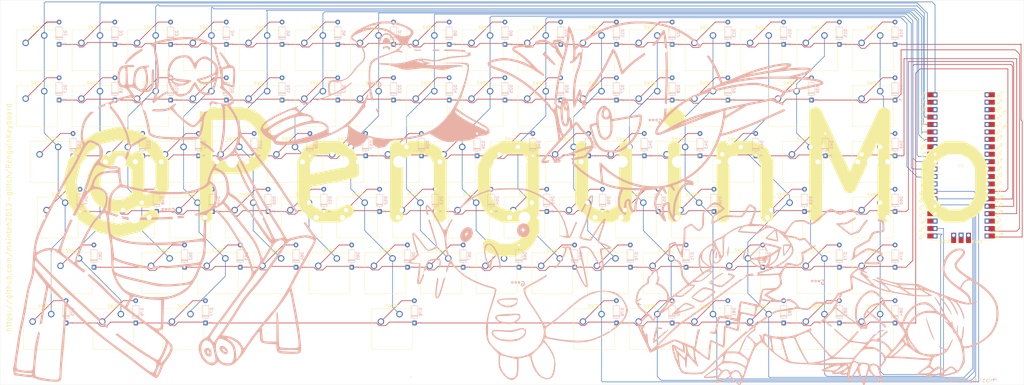
<source format=kicad_pcb>
(kicad_pcb (version 20241229) (generator "pcbnew") (generator_version "9.0")
  (layers (0 "F.Cu" signal) (2 "B.Cu" signal) (13 "F.Paste" user) (15 "B.Paste" user) (5 "F.SilkS" user "F.Silkscreen") (7 "B.SilkS" user "B.Silkscreen") (1 "F.Mask" user) (3 "B.Mask" user) (25 "Edge.Cuts" user))
  (net 0 "")
  (net 1 "Net-(D1-A)")
  (net 2 "Net-(D2-A)")
  (net 3 "Net-(D3-A)")
  (net 4 "Net-(D4-A)")
  (net 5 "Net-(D5-A)")
  (net 6 "Net-(D6-A)")
  (net 7 "Net-(D7-A)")
  (net 8 "Net-(D8-A)")
  (net 9 "Net-(D9-A)")
  (net 10 "Net-(D10-A)")
  (net 11 "Net-(D11-A)")
  (net 12 "Net-(D12-A)")
  (net 13 "Net-(D13-A)")
  (net 14 "Net-(D14-A)")
  (net 15 "Net-(D15-A)")
  (net 16 "Net-(D16-A)")
  (net 17 "Net-(D17-A)")
  (net 18 "Net-(D18-A)")
  (net 19 "Net-(D19-A)")
  (net 20 "Net-(D20-A)")
  (net 21 "Net-(D21-A)")
  (net 22 "Net-(D22-A)")
  (net 23 "Net-(D23-A)")
  (net 24 "Net-(D24-A)")
  (net 25 "Net-(D25-A)")
  (net 26 "Net-(D26-A)")
  (net 27 "Net-(D27-A)")
  (net 28 "Net-(D28-A)")
  (net 29 "Net-(D29-A)")
  (net 30 "Net-(D31-A)")
  (net 31 "Net-(D32-A)")
  (net 32 "Net-(D33-A)")
  (net 33 "Net-(D34-A)")
  (net 34 "Net-(D37-A)")
  (net 35 "Net-(D38-A)")
  (net 36 "Net-(D39-A)")
  (net 37 "Net-(D40-A)")
  (net 38 "Net-(D41-A)")
  (net 39 "Net-(D42-A)")
  (net 40 "Net-(D43-A)")
  (net 41 "Net-(D44-A)")
  (net 42 "Net-(D45-A)")
  (net 43 "Net-(D46-A)")
  (net 44 "Net-(D47-A)")
  (net 45 "Net-(D48-A)")
  (net 46 "Net-(D49-A)")
  (net 47 "Net-(D50-A)")
  (net 48 "Net-(D51-A)")
  (net 49 "Net-(D52-A)")
  (net 50 "Net-(D53-A)")
  (net 51 "Net-(D54-A)")
  (net 52 "Net-(D55-A)")
  (net 53 "Net-(D56-A)")
  (net 54 "Net-(D57-A)")
  (net 55 "Net-(D58-A)")
  (net 56 "Net-(D59-A)")
  (net 57 "Net-(D60-A)")
  (net 58 "Net-(D61-A)")
  (net 59 "Net-(D63-A)")
  (net 60 "Net-(D64-A)")
  (net 61 "Net-(D66-A)")
  (net 62 "Net-(D67-A)")
  (net 63 "Row4")
  (net 64 "Net-(D68-A)")
  (net 65 "Net-(D69-A)")
  (net 66 "Net-(D71-A)")
  (net 67 "Net-(D72-A)")
  (net 68 "Net-(D73-A)")
  (net 69 "Net-(D75-A)")
  (net 70 "Net-(D77-A)")
  (net 71 "Net-(D78-A)")
  (net 72 "Net-(D79-A)")
  (net 73 "Net-(D81-A)")
  (net 74 "Net-(D83-A)")
  (net 75 "Net-(D30-A)")
  (net 76 "Net-(D35-A)")
  (net 77 "Net-(D36-A)")
  (net 78 "Net-(D62-A)")
  (net 79 "Net-(D65-A)")
  (net 80 "Net-(D70-A)")
  (net 81 "Net-(D74-A)")
  (net 82 "Net-(D76-A)")
  (net 83 "Net-(D80-A)")
  (net 84 "Net-(D82-A)")
  (net 85 "Net-(D84-A)")
  (net 86 "Col0")
  (net 87 "Col1")
  (net 88 "Col2")
  (net 89 "Col3")
  (net 90 "Col4")
  (net 91 "Col5")
  (net 92 "Col6")
  (net 93 "Col7")
  (net 94 "Col8")
  (net 95 "Col9")
  (net 96 "Col10")
  (net 97 "Col11")
  (net 98 "Col12")
  (net 99 "Col13")
  (net 100 "Col14")
  (net 101 "Col15")
  (net 123 "Row0")
  (net 124 "Row1")
  (net 125 "Row2")
  (net 126 "Row3")
  (net 127 "Row5")
  (footprint "Button_Switch_Keyboard:SW_Cherry_MX_1.00u_PCB" (layer "F.Cu") (at 323.85 95.25)
    (property "Reference" "SW60")
    (property "Value" "SW_Push")
  )
  (footprint "Button_Switch_Keyboard:SW_Cherry_MX_1.00u_PCB" (layer "F.Cu") (at 257.175 76.2)
    (property "Reference" "SW43")
    (property "Value" "SW_Push")
  )
  (footprint "Button_Switch_Keyboard:SW_Cherry_MX_1.00u_PCB" (layer "F.Cu") (at 100.0125 114.3)
    (property "Reference" "SW63")
    (property "Value" "SW_Push")
  )
  (footprint "Button_Switch_Keyboard:SW_Cherry_MX_1.00u_PCB" (layer "F.Cu") (at 57.15 57.15)
    (property "Reference" "SW18")
    (property "Value" "SW_Push")
  )
  (footprint "Button_Switch_Keyboard:SW_Cherry_MX_1.00u_PCB" (layer "F.Cu") (at 80.9625 114.3)
    (property "Reference" "SW62")
    (property "Value" "SW_Push")
  )
  (footprint "Button_Switch_Keyboard:SW_Cherry_MX_1.00u_PCB" (layer "F.Cu") (at 292.89375 95.25)
    (property "Reference" "SW59")
    (property "Value" "SW_Push")
  )
  (footprint "Button_Switch_Keyboard:SW_Cherry_MX_1.00u_PCB" (layer "F.Cu") (at 195.2625 114.3)
    (property "Reference" "SW68")
    (property "Value" "SW_Push")
  )
  (footprint "Button_Switch_Keyboard:SW_Cherry_MX_1.00u_PCB" (layer "F.Cu") (at 233.3625 114.3)
    (property "Reference" "SW70")
    (property "Value" "SW_Push")
  )
  (footprint "Button_Switch_Keyboard:SW_Cherry_MX_1.00u_PCB" (layer "F.Cu") (at 266.7 133.35)
    (property "Reference" "SW81")
    (property "Value" "SW_Push")
  )
  (footprint "Button_Switch_Keyboard:SW_Cherry_MX_1.00u_PCB" (layer "F.Cu") (at 219.075 76.2)
    (property "Reference" "SW41")
    (property "Value" "SW_Push")
  )
  (footprint "Button_Switch_Keyboard:SW_Cherry_MX_1.00u_PCB" (layer "F.Cu") (at 161.925 76.2)
    (property "Reference" "SW38")
    (property "Value" "SW_Push")
  )
  (footprint "Button_Switch_Keyboard:SW_Cherry_MX_1.00u_PCB" (layer "F.Cu") (at 57.15 38.1)
    (property "Reference" "SW2")
    (property "Value" "SW_Push")
  )
  (footprint "Button_Switch_Keyboard:SW_Cherry_MX_1.00u_PCB" (layer "F.Cu") (at 247.65 38.1)
    (property "Reference" "SW12")
    (property "Value" "SW_Push")
  )
  (footprint "Button_Switch_Keyboard:SW_Cherry_MX_1.00u_PCB" (layer "F.Cu") (at 190.5 57.15)
    (property "Reference" "SW25")
    (property "Value" "SW_Push")
  )
  (footprint "Button_Switch_Keyboard:SW_Cherry_MX_1.00u_PCB" (layer "F.Cu") (at 142.875 76.2)
    (property "Reference" "SW37")
    (property "Value" "SW_Push")
  )
  (footprint "Button_Switch_Keyboard:SW_Cherry_MX_1.00u_PCB" (layer "F.Cu") (at 323.85 38.1)
    (property "Reference" "SW16")
    (property "Value" "SW_Push")
  )
  (footprint "Button_Switch_Keyboard:SW_Cherry_MX_1.00u_PCB" (layer "F.Cu") (at 323.85 57.15)
    (property "Reference" "SW31")
    (property "Value" "SW_Push")
  )
  (footprint "Button_Switch_Keyboard:SW_Cherry_MX_1.00u_PCB" (layer "F.Cu") (at 171.45 57.15)
    (property "Reference" "SW24")
    (property "Value" "SW_Push")
  )
  (footprint "Button_Switch_Keyboard:SW_Cherry_MX_1.00u_PCB" (layer "F.Cu") (at 152.4 57.15)
    (property "Reference" "SW23")
    (property "Value" "SW_Push")
  )
  (footprint "Button_Switch_Keyboard:SW_Cherry_MX_1.00u_PCB" (layer "F.Cu") (at 147.6375 95.25)
    (property "Reference" "SW52")
    (property "Value" "SW_Push")
  )
  (footprint "Button_Switch_Keyboard:SW_Cherry_MX_1.00u_PCB" (layer "F.Cu") (at 64.29375 133.35)
    (property "Reference" "SW76")
    (property "Value" "SW_Push")
  )
  (footprint "Button_Switch_Keyboard:SW_Cherry_MX_1.00u_PCB" (layer "F.Cu") (at 242.8875 95.25)
    (property "Reference" "SW57")
    (property "Value" "SW_Push")
  )
  (footprint "Button_Switch_Keyboard:SW_Cherry_MX_1.00u_PCB" (layer "F.Cu") (at 304.8 38.1)
    (property "Reference" "SW15")
    (property "Value" "SW_Push")
  )
  (footprint "Button_Switch_Keyboard:SW_Cherry_MX_1.00u_PCB" (layer "F.Cu") (at 138.1125 114.3)
    (property "Reference" "SW65")
    (property "Value" "SW_Push")
  )
  (footprint "Button_Switch_Keyboard:SW_Cherry_MX_1.00u_PCB" (layer "F.Cu") (at 266.7 38.1)
    (property "Reference" "SW13")
    (property "Value" "SW_Push")
  )
  (footprint "Button_Switch_Keyboard:SW_Cherry_MX_1.00u_PCB" (layer "F.Cu") (at 109.5375 95.25)
    (property "Reference" "SW50")
    (property "Value" "SW_Push")
  )
  (footprint "Button_Switch_Keyboard:SW_Cherry_MX_1.00u_PCB" (layer "F.Cu") (at 95.25 57.15)
    (property "Reference" "SW20")
    (property "Value" "SW_Push")
  )
  (footprint "Button_Switch_Keyboard:SW_Cherry_MX_1.00u_PCB" (layer "F.Cu") (at 300.0375 76.2)
    (property "Reference" "SW45")
    (property "Value" "SW_Push")
  )
  (footprint "Button_Switch_Keyboard:SW_Cherry_MX_1.00u_PCB" (layer "F.Cu") (at 171.45 38.1)
    (property "Reference" "SW8")
    (property "Value" "SW_Push")
  )
  (footprint "Button_Switch_Keyboard:SW_Cherry_MX_1.00u_PCB" (layer "F.Cu") (at 276.225 76.2)
    (property "Reference" "SW44")
    (property "Value" "SW_Push")
  )
  (footprint "Button_Switch_Keyboard:SW_Cherry_MX_1.00u_PCB" (layer "F.Cu") (at 323.85 114.3)
    (property "Reference" "SW74")
    (property "Value" "SW_Push")
  )
  (footprint "Button_Switch_Keyboard:SW_Cherry_MX_1.00u_PCB" (layer "F.Cu") (at 214.3125 114.3)
    (property "Reference" "SW69")
    (property "Value" "SW_Push")
  )
  (footprint "Button_Switch_Keyboard:SW_Cherry_MX_1.00u_PCB" (layer "F.Cu") (at 223.8375 95.25)
    (property "Reference" "SW56")
    (property "Value" "SW_Push")
  )
  (footprint "Button_Switch_Keyboard:SW_Cherry_MX_1.00u_PCB" (layer "F.Cu") (at 85.725 76.2)
    (property "Reference" "SW34")
    (property "Value" "SW_Push")
  )
  (footprint "Button_Switch_Keyboard:SW_Cherry_MX_1.00u_PCB" (layer "F.Cu") (at 133.35 57.15)
    (property "Reference" "SW22")
    (property "Value" "SW_Push")
  )
  (footprint "Button_Switch_Keyboard:SW_Cherry_MX_1.00u_PCB" (layer "F.Cu") (at 114.3 38.1)
    (property "Reference" "SW5")
    (property "Value" "SW_Push")
  )
  (footprint "Button_Switch_Keyboard:SW_Cherry_MX_1.00u_PCB" (layer "F.Cu") (at 66.675 76.2)
    (property "Reference" "SW33")
    (property "Value" "SW_Push")
  )
  (footprint "Button_Switch_Keyboard:SW_Cherry_MX_1.00u_PCB" (layer "F.Cu") (at 38.1 57.15)
    (property "Reference" "SW17")
    (property "Value" "SW_Push")
  )
  (footprint "Button_Switch_Keyboard:SW_Cherry_MX_1.00u_PCB" (layer "F.Cu") (at 176.2125 114.3)
    (property "Reference" "SW67")
    (property "Value" "SW_Push")
  )
  (footprint "Button_Switch_Keyboard:SW_Cherry_MX_1.00u_PCB" (layer "F.Cu") (at 114.3 57.15)
    (property "Reference" "SW21")
    (property "Value" "SW_Push")
  )
  (footprint "Button_Switch_Keyboard:SW_Cherry_MX_1.00u_PCB" (layer "F.Cu") (at 133.35 38.1)
    (property "Reference" "SW6")
    (property "Value" "SW_Push")
  )
  (footprint "Button_Switch_Keyboard:SW_Cherry_MX_1.00u_PCB" (layer "F.Cu") (at 190.5 38.1)
    (property "Reference" "SW9")
    (property "Value" "SW_Push")
  )
  (footprint "Button_Switch_Keyboard:SW_Cherry_MX_1.00u_PCB" (layer "F.Cu") (at 185.7375 95.25)
    (property "Reference" "SW54")
    (property "Value" "SW_Push")
  )
  (footprint "Button_Switch_Keyboard:SW_Cherry_MX_1.00u_PCB" (layer "F.Cu") (at 247.65 133.35)
    (property "Reference" "SW80")
    (property "Value" "SW_Push")
  )
  (footprint "Button_Switch_Keyboard:SW_Cherry_MX_1.00u_PCB" (layer "F.Cu") (at 95.25 38.1)
    (property "Reference" "SW4")
    (property "Value" "SW_Push")
  )
  (footprint "Button_Switch_Keyboard:SW_Cherry_MX_1.00u_PCB" (layer "F.Cu") (at 209.55 57.15)
    (property "Reference" "SW26")
    (property "Value" "SW_Push")
  )
  (footprint "Button_Switch_Keyboard:SW_Cherry_MX_1.00u_PCB" (layer "F.Cu") (at 266.7 57.15)
    (property "Reference" "SW29")
    (property "Value" "SW_Push")
  )
  (footprint "Button_Switch_Keyboard:SW_Cherry_MX_1.00u_PCB" (layer "F.Cu") (at 295.275 57.15)
    (property "Reference" "SW30")
    (property "Value" "SW_Push")
  )
  (footprint "Button_Switch_Keyboard:SW_Cherry_MX_1.00u_PCB" (layer "F.Cu") (at 285.75 133.35)
    (property "Reference" "SW82")
    (property "Value" "SW_Push")
  )
  (footprint "Button_Switch_Keyboard:SW_Cherry_MX_1.00u_PCB" (layer "F.Cu") (at 304.8 133.35)
    (property "Reference" "SW83")
    (property "Value" "SW_Push")
  )
  (footprint "Button_Switch_Keyboard:SW_Cherry_MX_1.00u_PCB" (layer "F.Cu") (at 71.4375 95.25)
    (property "Reference" "SW48")
    (property "Value" "SW_Push")
  )
  (footprint "Button_Switch_Keyboard:SW_Cherry_MX_1.00u_PCB" (layer "F.Cu") (at 88.10625 133.35)
    (property "Reference" "SW77")
    (property "Value" "SW_Push")
  )
  (footprint "Button_Switch_Keyboard:SW_Cherry_MX_1.00u_PCB" (layer "F.Cu") (at 228.6 133.35)
    (property "Reference" "SW79")
    (property "Value" "SW_Push")
  )
  (footprint "Button_Switch_Keyboard:SW_Cherry_MX_1.00u_PCB" (layer "F.Cu") (at 38.1 38.1)
    (property "Reference" "SW1")
    (property "Value" "SW_Push")
  )
  (footprint "Button_Switch_Keyboard:SW_Cherry_MX_1.00u_PCB" (layer "F.Cu") (at 76.2 57.15)
    (property "Reference" "SW19")
    (property "Value" "SW_Push")
  )
  (footprint "Button_Switch_Keyboard:SW_Cherry_MX_1.00u_PCB" (layer "F.Cu") (at 76.2 38.1)
    (property "Reference" "SW3")
    (property "Value" "SW_Push")
  )
  (footprint "Button_Switch_Keyboard:SW_Cherry_MX_1.00u_PCB" (layer "F.Cu") (at 204.7875 95.25)
    (property "Reference" "SW55")
    (property "Value" "SW_Push")
  )
  (footprint "Button_Switch_Keyboard:SW_Cherry_MX_1.00u_PCB" (layer "F.Cu") (at 323.85 76.2)
    (property "Reference" "SW46")
    (property "Value" "SW_Push")
  )
  (footprint "Button_Switch_Keyboard:SW_Cherry_MX_1.00u_PCB" (layer "F.Cu") (at 104.775 76.2)
    (property "Reference" "SW35")
    (property "Value" "SW_Push")
  )
  (footprint "Button_Switch_Keyboard:SW_Cherry_MX_1.00u_PCB" (layer "F.Cu") (at 159.54375 133.35)
    (property "Reference" "SW78")
    (property "Value" "SW_Push")
  )
  (footprint "Button_Switch_Keyboard:SW_Cherry_MX_1.00u_PCB" (layer "F.Cu") (at 278.60625 114.3)
    (property "Reference" "SW72")
    (property "Value" "SW_Push")
  )
  (footprint "Button_Switch_Keyboard:SW_Cherry_MX_1.00u_PCB" (layer "F.Cu") (at 228.6 57.15)
    (property "Reference" "SW27")
    (property "Value" "SW_Push")
  )
  (footprint "Button_Switch_Keyboard:SW_Cherry_MX_1.00u_PCB" (layer "F.Cu") (at 247.65 57.15)
    (property "Reference" "SW28")
    (property "Value" "SW_Push")
  )
  (footprint "Button_Switch_Keyboard:SW_Cherry_MX_1.00u_PCB" (layer "F.Cu") (at 42.8625 76.2)
    (property "Reference" "SW32")
    (property "Value" "SW_Push")
  )
  (footprint "Button_Switch_Keyboard:SW_Cherry_MX_1.00u_PCB" (layer "F.Cu") (at 238.125 76.2)
    (property "Reference" "SW42")
    (property "Value" "SW_Push")
  )
  (footprint "Button_Switch_Keyboard:SW_Cherry_MX_1.00u_PCB" (layer "F.Cu") (at 123.825 76.2)
    (property "Reference" "SW36")
    (property "Value" "SW_Push")
  )
  (footprint "Button_Switch_Keyboard:SW_Cherry_MX_1.00u_PCB" (layer "F.Cu") (at 228.6 38.1)
    (property "Reference" "SW11")
    (property "Value" "SW_Push")
  )
  (footprint "Button_Switch_Keyboard:SW_Cherry_MX_1.00u_PCB" (layer "F.Cu") (at 50.00625 114.3)
    (property "Reference" "SW61")
    (property "Value" "SW_Push")
  )
  (footprint "Button_Switch_Keyboard:SW_Cherry_MX_1.00u_PCB" (layer "F.Cu") (at 157.1625 114.3)
    (property "Reference" "SW66")
    (property "Value" "SW_Push")
  )
  (footprint "Button_Switch_Keyboard:SW_Cherry_MX_1.00u_PCB" (layer "F.Cu") (at 166.6875 95.25)
    (property "Reference" "SW53")
    (property "Value" "SW_Push")
  )
  (footprint "Button_Switch_Keyboard:SW_Cherry_MX_1.00u_PCB" (layer "F.Cu") (at 128.5875 95.25)
    (property "Reference" "SW51")
    (property "Value" "SW_Push")
  )
  (footprint "Button_Switch_Keyboard:SW_Cherry_MX_1.00u_PCB" (layer "F.Cu") (at 209.55 38.1)
    (property "Reference" "SW10")
    (property "Value" "SW_Push")
  )
  (footprint "Button_Switch_Keyboard:SW_Cherry_MX_1.00u_PCB" (layer "F.Cu") (at 40.48125 133.35)
    (property "Reference" "SW75")
    (property "Value" "SW_Push")
  )
  (footprint "Button_Switch_Keyboard:SW_Cherry_MX_1.00u_PCB" (layer "F.Cu") (at 200.025 76.2)
    (property "Reference" "SW40")
    (property "Value" "SW_Push")
  )
  (footprint "Button_Switch_Keyboard:SW_Cherry_MX_1.00u_PCB" (layer "F.Cu") (at 152.4 38.1)
    (property "Reference" "SW7")
    (property "Value" "SW_Push")
  )
  (footprint "Button_Switch_Keyboard:SW_Cherry_MX_1.00u_PCB" (layer "F.Cu") (at 285.75 38.1)
    (property "Reference" "SW14")
    (property "Value" "SW_Push")
  )
  (footprint "Button_Switch_Keyboard:SW_Cherry_MX_1.00u_PCB" (layer "F.Cu") (at 261.9375 95.25)
    (property "Reference" "SW58")
    (property "Value" "SW_Push")
  )
  (footprint "Button_Switch_Keyboard:SW_Cherry_MX_1.00u_PCB" (layer "F.Cu") (at 252.4125 114.3)
    (property "Reference" "SW71")
    (property "Value" "SW_Push")
  )
  (footprint "Button_Switch_Keyboard:SW_Cherry_MX_1.00u_PCB" (layer "F.Cu") (at 90.4875 95.25)
    (property "Reference" "SW49")
    (property "Value" "SW_Push")
  )
  (footprint "Button_Switch_Keyboard:SW_Cherry_MX_1.00u_PCB" (layer "F.Cu") (at 323.85 133.35)
    (property "Reference" "SW84")
    (property "Value" "SW_Push")
  )
  (footprint "Button_Switch_Keyboard:SW_Cherry_MX_1.00u_PCB" (layer "F.Cu") (at 304.8 114.3)
    (property "Reference" "SW73")
    (property "Value" "SW_Push")
  )
  (footprint "Button_Switch_Keyboard:SW_Cherry_MX_1.00u_PCB" (layer "F.Cu") (at 180.975 76.2)
    (property "Reference" "SW39")
    (property "Value" "SW_Push")
  )
  (footprint "PICOW:RPi_Pico_SMD_TH" (layer "F.Cu") (at 351.5 82.5)
    (property "Reference" "U1")
    (property "Value" "Pico")
  )
  (footprint "Button_Switch_Keyboard:SW_Cherry_MX_1.00u_PCB" (layer "F.Cu") (at 119.0625 114.3)
    (property "Reference" "SW64")
    (property "Value" "SW_Push")
  )
  (footprint "Button_Switch_Keyboard:SW_Cherry_MX_1.00u_PCB" (layer "F.Cu") (at 45.24375 95.25)
    (property "Reference" "SW47")
    (property "Value" "SW_Push")
  )
  (footprint "Diode_THT:D_DO-35_SOD27_P7.62mm_Horizontal" (layer "B.Cu") (at 271.78 41.13 90)
    (property "Reference" "D13")
    (property "Value" "D")
  )
  (footprint "Diode_THT:D_DO-35_SOD27_P7.62mm_Horizontal" (layer "B.Cu") (at 71.755 79.23 90)
    (property "Reference" "D33")
    (property "Value" "D")
  )
  (footprint "Diode_THT:D_DO-35_SOD27_P7.62mm_Horizontal" (layer "B.Cu") (at 309.88 41.13 90)
    (property "Reference" "D15")
    (property "Value" "D")
  )
  (footprint "Diode_THT:D_DO-35_SOD27_P7.62mm_Horizontal" (layer "B.Cu") (at 81.28 60.18 90)
    (property "Reference" "D19")
    (property "Value" "D")
  )
  (footprint "Diode_THT:D_DO-35_SOD27_P7.62mm_Horizontal" (layer "B.Cu") (at 157.48 60.18 90)
    (property "Reference" "D23")
    (property "Value" "D")
  )
  (footprint "Diode_THT:D_DO-35_SOD27_P7.62mm_Horizontal" (layer "B.Cu") (at 157.48 41.13 90)
    (property "Reference" "D7")
    (property "Value" "D")
  )
  (footprint "Diode_THT:D_DO-35_SOD27_P7.62mm_Horizontal" (layer "B.Cu") (at 90.805 79.23 90)
    (property "Reference" "D34")
    (property "Value" "D")
  )
  (footprint "Diode_THT:D_DO-35_SOD27_P7.62mm_Horizontal" (layer "B.Cu") (at 45.56125 136.38 90)
    (property "Reference" "D75")
    (property "Value" "D")
  )
  (footprint "Diode_THT:D_DO-35_SOD27_P7.62mm_Horizontal" (layer "B.Cu") (at 95.5675 98.28 90)
    (property "Reference" "D49")
    (property "Value" "D")
  )
  (footprint "Diode_THT:D_DO-35_SOD27_P7.62mm_Horizontal" (layer "B.Cu") (at 109.855 79.23 90)
    (property "Reference" "D35")
    (property "Value" "D")
  )
  (footprint "Diode_THT:D_DO-35_SOD27_P7.62mm_Horizontal" (layer "B.Cu") (at 190.8175 98.28 90)
    (property "Reference" "D54")
    (property "Value" "D")
  )
  (footprint "Diode_THT:D_DO-35_SOD27_P7.62mm_Horizontal" (layer "B.Cu") (at 262.255 79.23 90)
    (property "Reference" "D43")
    (property "Value" "D")
  )
  (footprint "Diode_THT:D_DO-35_SOD27_P7.62mm_Horizontal" (layer "B.Cu") (at 138.43 41.13 90)
    (property "Reference" "D6")
    (property "Value" "D")
  )
  (footprint "Diode_THT:D_DO-35_SOD27_P7.62mm_Horizontal" (layer "B.Cu") (at 43.18 60.18 90)
    (property "Reference" "D17")
    (property "Value" "D")
  )
  (footprint "Diode_THT:D_DO-35_SOD27_P7.62mm_Horizontal" (layer "B.Cu") (at 300.355 60.18 90)
    (property "Reference" "D30")
    (property "Value" "D")
  )
  (footprint "Diode_THT:D_DO-35_SOD27_P7.62mm_Horizontal" (layer "B.Cu") (at 93.18625 136.38 90)
    (property "Reference" "D77")
    (property "Value" "D")
  )
  (footprint "Diode_THT:D_DO-35_SOD27_P7.62mm_Horizontal" (layer "B.Cu") (at 164.62375 136.38 90)
    (property "Reference" "D78")
    (property "Value" "D")
  )
  (footprint "Diode_THT:D_DO-35_SOD27_P7.62mm_Horizontal" (layer "B.Cu") (at 43.18 41.13 90)
    (property "Reference" "D1")
    (property "Value" "D")
  )
  (footprint "Diode_THT:D_DO-35_SOD27_P7.62mm_Horizontal" (layer "B.Cu") (at 243.205 79.23 90)
    (property "Reference" "D42")
    (property "Value" "D")
  )
  (footprint "Diode_THT:D_DO-35_SOD27_P7.62mm_Horizontal" (layer "B.Cu") (at 252.73 136.38 90)
    (property "Reference" "D80")
    (property "Value" "D")
  )
  (footprint "Diode_THT:D_DO-35_SOD27_P7.62mm_Horizontal" (layer "B.Cu") (at 267.0175 98.28 90)
    (property "Reference" "D58")
    (property "Value" "D")
  )
  (footprint "Diode_THT:D_DO-35_SOD27_P7.62mm_Horizontal" (layer "B.Cu") (at 233.68 41.13 90)
    (property "Reference" "D11")
    (property "Value" "D")
  )
  (footprint "Diode_THT:D_DO-35_SOD27_P7.62mm_Horizontal" (layer "B.Cu") (at 186.055 79.23 90)
    (property "Reference" "D39")
    (property "Value" "D")
  )
  (footprint "Diode_THT:D_DO-35_SOD27_P7.62mm_Horizontal" (layer "B.Cu") (at 205.105 79.23 90)
    (property "Reference" "D40")
    (property "Value" "D")
  )
  (footprint "Diode_THT:D_DO-35_SOD27_P7.62mm_Horizontal" (layer "B.Cu") (at 81.28 41.13 90)
    (property "Reference" "D3")
    (property "Value" "D")
  )
  (footprint "Diode_THT:D_DO-35_SOD27_P7.62mm_Horizontal" (layer "B.Cu") (at 195.58 60.18 90)
    (property "Reference" "D25")
    (property "Value" "D")
  )
  (footprint "Diode_THT:D_DO-35_SOD27_P7.62mm_Horizontal" (layer "B.Cu") (at 100.33 41.13 90)
    (property "Reference" "D4")
    (property "Value" "D")
  )
  (footprint "Diode_THT:D_DO-35_SOD27_P7.62mm_Horizontal" (layer "B.Cu") (at 176.53 60.18 90)
    (property "Reference" "D24")
    (property "Value" "D")
  )
  (footprint "Diode_THT:D_DO-35_SOD27_P7.62mm_Horizontal" (layer "B.Cu") (at 233.68 136.38 90)
    (property "Reference" "D79")
    (property "Value" "D")
  )
  (footprint "Diode_THT:D_DO-35_SOD27_P7.62mm_Horizontal" (layer "B.Cu") (at 305.1175 79.23 90)
    (property "Reference" "D45")
    (property "Value" "D")
  )
  (footprint "Diode_THT:D_DO-35_SOD27_P7.62mm_Horizontal" (layer "B.Cu") (at 195.58 41.13 90)
    (property "Reference" "D9")
    (property "Value" "D")
  )
  (footprint "Diode_THT:D_DO-35_SOD27_P7.62mm_Horizontal" (layer "B.Cu") (at 214.63 41.13 90)
    (property "Reference" "D10")
    (property "Value" "D")
  )
  (footprint "Diode_THT:D_DO-35_SOD27_P7.62mm_Horizontal" (layer "B.Cu") (at 271.78 60.18 90)
    (property "Reference" "D29")
    (property "Value" "D")
  )
  (footprint "Diode_THT:D_DO-35_SOD27_P7.62mm_Horizontal" (layer "B.Cu") (at 114.6175 98.28 90)
    (property "Reference" "D50")
    (property "Value" "D")
  )
  (footprint "Diode_THT:D_DO-35_SOD27_P7.62mm_Horizontal" (layer "B.Cu") (at 283.68625 117.33 90)
    (property "Reference" "D72")
    (property "Value" "D")
  )
  (footprint "Diode_THT:D_DO-35_SOD27_P7.62mm_Horizontal" (layer "B.Cu") (at 224.155 79.23 90)
    (property "Reference" "D41")
    (property "Value" "D")
  )
  (footprint "Diode_THT:D_DO-35_SOD27_P7.62mm_Horizontal" (layer "B.Cu") (at 100.33 60.18 90)
    (property "Reference" "D20")
    (property "Value" "D")
  )
  (footprint "Diode_THT:D_DO-35_SOD27_P7.62mm_Horizontal" (layer "B.Cu") (at 209.8675 98.28 90)
    (property "Reference" "D55")
    (property "Value" "D")
  )
  (footprint "Diode_THT:D_DO-35_SOD27_P7.62mm_Horizontal" (layer "B.Cu") (at 228.9175 98.28 90)
    (property "Reference" "D56")
    (property "Value" "D")
  )
  (footprint "Diode_THT:D_DO-35_SOD27_P7.62mm_Horizontal" (layer "B.Cu") (at 167.005 79.23 90)
    (property "Reference" "D38")
    (property "Value" "D")
  )
  (footprint "Diode_THT:D_DO-35_SOD27_P7.62mm_Horizontal" (layer "B.Cu") (at 290.83 41.13 90)
    (property "Reference" "D14")
    (property "Value" "D")
  )
  (footprint "Diode_THT:D_DO-35_SOD27_P7.62mm_Horizontal" (layer "B.Cu") (at 328.93 98.28 90)
    (property "Reference" "D60")
    (property "Value" "D")
  )
  (footprint "Diode_THT:D_DO-35_SOD27_P7.62mm_Horizontal" (layer "B.Cu") (at 238.4425 117.33 90)
    (property "Reference" "D70")
    (property "Value" "D")
  )
  (footprint "LOGO" (layer "B.Cu") (at 151 55 180)
    (property "Reference" "G***")
    (property "Value" "LOGO" (hide yes))
  )
  (footprint "Diode_THT:D_DO-35_SOD27_P7.62mm_Horizontal" (layer "B.Cu") (at 181.2925 117.33 90)
    (property "Reference" "D67")
    (property "Value" "D")
  )
  (footprint "Diode_THT:D_DO-35_SOD27_P7.62mm_Horizontal" (layer "B.Cu") (at 152.7175 98.28 90)
    (property "Reference" "D52")
    (property "Value" "D")
  )
  (footprint "Diode_THT:D_DO-35_SOD27_P7.62mm_Horizontal" (layer "B.Cu") (at 162.2425 117.33 90)
    (property "Reference" "D66")
    (property "Value" "D")
  )
  (footprint "Diode_THT:D_DO-35_SOD27_P7.62mm_Horizontal" (layer "B.Cu") (at 62.23 41.13 90)
    (property "Reference" "D2")
    (property "Value" "D")
  )
  (footprint "Diode_THT:D_DO-35_SOD27_P7.62mm_Horizontal" (layer "B.Cu") (at 309.88 117.33 90)
    (property "Reference" "D73")
    (property "Value" "D")
  )
  (footprint "LOGO" (layer "B.Cu") (at 247 67.5 180)
    (property "Reference" "G***")
    (property "Value" "LOGO" (hide yes))
  )
  (footprint "Diode_THT:D_DO-35_SOD27_P7.62mm_Horizontal" (layer "B.Cu") (at 119.38 41.13 90)
    (property "Reference" "D5")
    (property "Value" "D")
  )
  (footprint "Diode_THT:D_DO-35_SOD27_P7.62mm_Horizontal" (layer "B.Cu") (at 328.93 79.23 90)
    (property "Reference" "D46")
    (property "Value" "D")
  )
  (footprint "Diode_THT:D_DO-35_SOD27_P7.62mm_Horizontal" (layer "B.Cu") (at 200.3425 117.33 90)
    (property "Reference" "D68")
    (property "Value" "D")
  )
  (footprint "Diode_THT:D_DO-35_SOD27_P7.62mm_Horizontal" (layer "B.Cu") (at 257.4925 117.33 90)
    (property "Reference" "D71")
    (property "Value" "D")
  )
  (footprint "Diode_THT:D_DO-35_SOD27_P7.62mm_Horizontal" (layer "B.Cu") (at 55.08625 117.33 90)
    (property "Reference" "D61")
    (property "Value" "D")
  )
  (footprint "Diode_THT:D_DO-35_SOD27_P7.62mm_Horizontal" (layer "B.Cu") (at 281.305 79.23 90)
    (property "Reference" "D44")
    (property "Value" "D")
  )
  (footprint "LOGO" (layer "B.Cu") (at 80.5 98 180)
    (property "Reference" "G***")
    (property "Value" "LOGO" (hide yes))
  )
  (footprint "Diode_THT:D_DO-35_SOD27_P7.62mm_Horizontal" (layer "B.Cu") (at 171.7675 98.28 90)
    (property "Reference" "D53")
    (property "Value" "D")
  )
  (footprint "Diode_THT:D_DO-35_SOD27_P7.62mm_Horizontal" (layer "B.Cu") (at 50.32375 98.28 90)
    (property "Reference" "D47")
    (property "Value" "D")
  )
  (footprint "Diode_THT:D_DO-35_SOD27_P7.62mm_Horizontal" (layer "B.Cu") (at 133.6675 98.28 90)
    (property "Reference" "D51")
    (property "Value" "D")
  )
  (footprint "Diode_THT:D_DO-35_SOD27_P7.62mm_Horizontal" (layer "B.Cu") (at 86.0425 117.33 90)
    (property "Reference" "D62")
    (property "Value" "D")
  )
  (footprint "Diode_THT:D_DO-35_SOD27_P7.62mm_Horizontal" (layer "B.Cu") (at 105.0925 117.33 90)
    (property "Reference" "D63")
    (property "Value" "D")
  )
  (footprint "Diode_THT:D_DO-35_SOD27_P7.62mm_Horizontal" (layer "B.Cu") (at 176.53 41.13 90)
    (property "Reference" "D8")
    (property "Value" "D")
  )
  (footprint "Diode_THT:D_DO-35_SOD27_P7.62mm_Horizontal" (layer "B.Cu") (at 328.93 136.38 90)
    (property "Reference" "D84")
    (property "Value" "D")
  )
  (footprint "Diode_THT:D_DO-35_SOD27_P7.62mm_Horizontal" (layer "B.Cu") (at 252.73 60.18 90)
    (property "Reference" "D28")
    (property "Value" "D")
  )
  (footprint "Diode_THT:D_DO-35_SOD27_P7.62mm_Horizontal" (layer "B.Cu") (at 138.43 60.18 90)
    (property "Reference" "D22")
    (property "Value" "D")
  )
  (footprint "Diode_THT:D_DO-35_SOD27_P7.62mm_Horizontal" (layer "B.Cu") (at 328.93 41.13 90)
    (property "Reference" "D16")
    (property "Value" "D")
  )
  (footprint "Diode_THT:D_DO-35_SOD27_P7.62mm_Horizontal" (layer "B.Cu") (at 297.97375 98.28 90)
    (property "Reference" "D59")
    (property "Value" "D")
  )
  (footprint "LOGO" (layer "B.Cu") (at 302.547956 122.527789 180)
    (property "Reference" "G***")
    (property "Value" "LOGO" (hide yes))
  )
  (footprint "Diode_THT:D_DO-35_SOD27_P7.62mm_Horizontal" (layer "B.Cu") (at 143.1925 117.33 90)
    (property "Reference" "D65")
    (property "Value" "D")
  )
  (footprint "Diode_THT:D_DO-35_SOD27_P7.62mm_Horizontal" (layer "B.Cu") (at 128.905 79.23 90)
    (property "Reference" "D36")
    (property "Value" "D")
  )
  (footprint "Diode_THT:D_DO-35_SOD27_P7.62mm_Horizontal" (layer "B.Cu") (at 69.37375 136.38 90)
    (property "Reference" "D76")
    (property "Value" "D")
  )
  (footprint "Diode_THT:D_DO-35_SOD27_P7.62mm_Horizontal" (layer "B.Cu") (at 62.23 60.18 90)
    (property "Reference" "D18")
    (property "Value" "D")
  )
  (footprint "Diode_THT:D_DO-35_SOD27_P7.62mm_Horizontal" (layer "B.Cu") (at 290.83 136.38 90)
    (property "Reference" "D82")
    (property "Value" "D")
  )
  (footprint "Diode_THT:D_DO-35_SOD27_P7.62mm_Horizontal" (layer "B.Cu") (at 309.88 136.38 90)
    (property "Reference" "D83")
    (property "Value" "D")
  )
  (footprint "Diode_THT:D_DO-35_SOD27_P7.62mm_Horizontal" (layer "B.Cu") (at 271.78 136.38 90)
    (property "Reference" "D81")
    (property "Value" "D")
  )
  (footprint "Diode_THT:D_DO-35_SOD27_P7.62mm_Horizontal" (layer "B.Cu") (at 119.38 60.18 90)
    (property "Reference" "D21")
    (property "Value" "D")
  )
  (footprint "LOGO" (layer "B.Cu") (at 200 123 180)
    (property "Reference" "G***")
    (property "Value" "LOGO" (hide yes))
  )
  (footprint "Diode_THT:D_DO-35_SOD27_P7.62mm_Horizontal" (layer "B.Cu") (at 328.93 117.33 90)
    (property "Reference" "D74")
    (property "Value" "D")
  )
  (footprint "Diode_THT:D_DO-35_SOD27_P7.62mm_Horizontal" (layer "B.Cu") (at 233.68 60.18 90)
    (property "Reference" "D27")
    (property "Value" "D")
  )
  (footprint "Diode_THT:D_DO-35_SOD27_P7.62mm_Horizontal" (layer "B.Cu") (at 214.63 60.18 90)
    (property "Reference" "D26")
    (property "Value" "D")
  )
  (footprint "Diode_THT:D_DO-35_SOD27_P7.62mm_Horizontal" (layer "B.Cu") (at 247.9675 98.28 90)
    (property "Reference" "D57")
    (property "Value" "D")
  )
  (footprint "Diode_THT:D_DO-35_SOD27_P7.62mm_Horizontal" (layer "B.Cu") (at 328.93 60.18 90)
    (property "Reference" "D31")
    (property "Value" "D")
  )
  (footprint "Diode_THT:D_DO-35_SOD27_P7.62mm_Horizontal" (layer "B.Cu") (at 76.5175 98.28 90)
    (property "Reference" "D48")
    (property "Value" "D")
  )
  (footprint "Diode_THT:D_DO-35_SOD27_P7.62mm_Horizontal" (layer "B.Cu") (at 252.73 41.13 90)
    (property "Reference" "D12")
    (property "Value" "D")
  )
  (footprint "Diode_THT:D_DO-35_SOD27_P7.62mm_Horizontal" (layer "B.Cu") (at 124.1425 117.33 90)
    (property "Reference" "D64")
    (property "Value" "D")
  )
  (footprint "Diode_THT:D_DO-35_SOD27_P7.62mm_Horizontal" (layer "B.Cu") (at 147.955 79.23 90)
    (property "Reference" "D37")
    (property "Value" "D")
  )
  (footprint "Diode_THT:D_DO-35_SOD27_P7.62mm_Horizontal" (layer "B.Cu") (at 47.9425 79.23 90)
    (property "Reference" "D32")
    (property "Value" "D")
  )
  (footprint "Diode_THT:D_DO-35_SOD27_P7.62mm_Horizontal" (layer "B.Cu") (at 219.3925 117.33 90)
    (property "Reference" "D69")
    (property "Value" "D")
  )
  (gr_rect (start 23 26) (end 373 157.5) (stroke (width 0.05)) (fill no) (layer "Edge.Cuts"))
  (gr_text "@PenguinMo" (at 37.260617 104.322821 0) (layer "F.SilkS") (effects (font (size 35 35) (thickness 4.375)) (justify left bottom)))
  (gr_text "https://github.com/mkinteh2012-glitch/PenguinKeyboard" (at 27 139.5 90) (layer "F.SilkS") (effects (font (size 1.75 1.75) (thickness 0.21875)) (justify left bottom)))
  (segment (start 38.88 33.51) (end 43.18 33.51) (width 0.2) (layer "F.Cu") (net 1))
  (segment (start 38.5 34) (end 38.99 33.51) (width 0.2) (layer "F.Cu") (net 1))
  (segment (start 38.39 34) (end 38.5 34) (width 0.2) (layer "F.Cu") (net 1))
  (segment (start 38.99 33.51) (end 43.18 33.51) (width 0.2) (layer "F.Cu") (net 1))
  (segment (start 31.75 40.64) (end 38.39 34) (width 0.2) (layer "F.Cu") (net 1))
  (segment (start 31.75 40.64) (end 38.88 33.51) (width 0.2) (layer "F.Cu") (net 1))
  (segment (start 50.8 40.64) (end 57.93 33.51) (width 0.2) (layer "F.Cu") (net 2))
  (segment (start 57.93 33.51) (end 62.23 33.51) (width 0.2) (layer "F.Cu") (net 2))
  (segment (start 76.98 33.51) (end 81.28 33.51) (width 0.2) (layer "F.Cu") (net 3))
  (segment (start 69.85 40.64) (end 76.98 33.51) (width 0.2) (layer "F.Cu") (net 3))
  (segment (start 96.03 33.51) (end 100.33 33.51) (width 0.2) (layer "F.Cu") (net 4))
  (segment (start 88.9 40.64) (end 96.03 33.51) (width 0.2) (layer "F.Cu") (net 4))
  (segment (start 115.08 33.51) (end 119.38 33.51) (width 0.2) (layer "F.Cu") (net 5))
  (segment (start 107.95 40.64) (end 115.08 33.51) (width 0.2) (layer "F.Cu") (net 5))
  (segment (start 134.13 33.51) (end 138.43 33.51) (width 0.2) (layer "F.Cu") (net 6))
  (segment (start 127 40.64) (end 134.13 33.51) (width 0.2) (layer "F.Cu") (net 6))
  (segment (start 146.05 40.64) (end 153.18 33.51) (width 0.2) (layer "F.Cu") (net 7))
  (segment (start 153.18 33.51) (end 157.48 33.51) (width 0.2) (layer "F.Cu") (net 7))
  (segment (start 165.1 40.64) (end 172.23 33.51) (width 0.2) (layer "F.Cu") (net 8))
  (segment (start 172.23 33.51) (end 176.53 33.51) (width 0.2) (layer "F.Cu") (net 8))
  (segment (start 184.15 40.64) (end 191.28 33.51) (width 0.2) (layer "F.Cu") (net 9))
  (segment (start 191.28 33.51) (end 195.58 33.51) (width 0.2) (layer "F.Cu") (net 9))
  (segment (start 210.33 33.51) (end 214.63 33.51) (width 0.2) (layer "F.Cu") (net 10))
  (segment (start 203.2 40.64) (end 210.33 33.51) (width 0.2) (layer "F.Cu") (net 10))
  (segment (start 229.38 33.51) (end 233.68 33.51) (width 0.2) (layer "F.Cu") (net 11))
  (segment (start 222.25 40.64) (end 229.38 33.51) (width 0.2) (layer "F.Cu") (net 11))
  (segment (start 248.43 33.51) (end 252.73 33.51) (width 0.2) (layer "F.Cu") (net 12))
  (segment (start 241.3 40.64) (end 248.43 33.51) (width 0.2) (layer "F.Cu") (net 12))
  (segment (start 267.48 33.51) (end 271.78 33.51) (width 0.2) (layer "F.Cu") (net 13))
  (segment (start 260.35 40.64) (end 267.48 33.51) (width 0.2) (layer "F.Cu") (net 13))
  (segment (start 279.4 40.64) (end 286.53 33.51) (width 0.2) (layer "F.Cu") (net 14))
  (segment (start 286.53 33.51) (end 290.83 33.51) (width 0.2) (layer "F.Cu") (net 14))
  (segment (start 298.45 40.64) (end 305.58 33.51) (width 0.2) (layer "F.Cu") (net 15))
  (segment (start 305.58 33.51) (end 309.88 33.51) (width 0.2) (layer "F.Cu") (net 15))
  (segment (start 324.63 33.51) (end 328.93 33.51) (width 0.2) (layer "F.Cu") (net 16))
  (segment (start 317.5 40.64) (end 324.63 33.51) (width 0.2) (layer "F.Cu") (net 16))
  (segment (start 38.88 52.56) (end 43.18 52.56) (width 0.2) (layer "F.Cu") (net 17))
  (segment (start 31.75 59.69) (end 38.88 52.56) (width 0.2) (layer "F.Cu") (net 17))
  (segment (start 57.93 52.56) (end 62.23 52.56) (width 0.2) (layer "F.Cu") (net 18))
  (segment (start 50.8 59.69) (end 57.93 52.56) (width 0.2) (layer "F.Cu") (net 18))
  (segment (start 69.85 59.69) (end 76.98 52.56) (width 0.2) (layer "F.Cu") (net 19))
  (segment (start 76.98 52.56) (end 81.28 52.56) (width 0.2) (layer "F.Cu") (net 19))
  (segment (start 88.9 59.69) (end 96.03 52.56) (width 0.2) (layer "F.Cu") (net 20))
  (segment (start 96.03 52.56) (end 100.33 52.56) (width 0.2) (layer "F.Cu") (net 20))
  (segment (start 107.95 59.69) (end 115.08 52.56) (width 0.2) (layer "F.Cu") (net 21))
  (segment (start 115.08 52.56) (end 119.38 52.56) (width 0.2) (layer "F.Cu") (net 21))
  (segment (start 127 59.69) (end 134.13 52.56) (width 0.2) (layer "F.Cu") (net 22))
  (segment (start 134.13 52.56) (end 138.43 52.56) (width 0.2) (layer "F.Cu") (net 22))
  (segment (start 146.05 59.69) (end 153.18 52.56) (width 0.2) (layer "F.Cu") (net 23))
  (segment (start 153.18 52.56) (end 157.48 52.56) (width 0.2) (layer "F.Cu") (net 23))
  (segment (start 165.1 59.69) (end 172.23 52.56) (width 0.2) (layer "F.Cu") (net 24))
  (segment (start 172.23 52.56) (end 176.53 52.56) (width 0.2) (layer "F.Cu") (net 24))
  (segment (start 184.15 59.69) (end 191.28 52.56) (width 0.2) (layer "F.Cu") (net 25))
  (segment (start 191.28 52.56) (end 195.58 52.56) (width 0.2) (layer "F.Cu") (net 25))
  (segment (start 210.33 52.56) (end 214.63 52.56) (width 0.2) (layer "F.Cu") (net 26))
  (segment (start 203.2 59.69) (end 210.33 52.56) (width 0.2) (layer "F.Cu") (net 26))
  (segment (start 222.25 59.69) (end 229.38 52.56) (width 0.2) (layer "F.Cu") (net 27))
  (segment (start 229.38 52.56) (end 233.68 52.56) (width 0.2) (layer "F.Cu") (net 27))
  (segment (start 241.3 59.69) (end 248.43 52.56) (width 0.2) (layer "F.Cu") (net 28))
  (segment (start 248.43 52.56) (end 252.73 52.56) (width 0.2) (layer "F.Cu") (net 28))
  (segment (start 260.35 59.69) (end 267.48 52.56) (width 0.2) (layer "F.Cu") (net 29))
  (segment (start 267.48 52.56) (end 271.78 52.56) (width 0.2) (layer "F.Cu") (net 29))
  (segment (start 324.63 52.56) (end 328.93 52.56) (width 0.2) (layer "F.Cu") (net 30))
  (segment (start 317.5 59.69) (end 324.63 52.56) (width 0.2) (layer "F.Cu") (net 30))
  (segment (start 36.5125 78.74) (end 43.6425 71.61) (width 0.2) (layer "F.Cu") (net 31))
  (segment (start 43.6425 71.61) (end 47.9425 71.61) (width 0.2) (layer "F.Cu") (net 31))
  (segment (start 67.455 71.61) (end 71.755 71.61) (width 0.2) (layer "F.Cu") (net 32))
  (segment (start 60.325 78.74) (end 67.455 71.61) (width 0.2) (layer "F.Cu") (net 32))
  (segment (start 79.375 78.74) (end 86.505 71.61) (width 0.2) (layer "F.Cu") (net 33))
  (segment (start 86.505 71.61) (end 90.805 71.61) (width 0.2) (layer "F.Cu") (net 33))
  (segment (start 136.525 78.74) (end 143.655 71.61) (width 0.2) (layer "F.Cu") (net 34))
  (segment (start 143.655 71.61) (end 147.955 71.61) (width 0.2) (layer "F.Cu") (net 34))
  (segment (start 162.705 71.61) (end 167.005 71.61) (width 0.2) (layer "F.Cu") (net 35))
  (segment (start 155.575 78.74) (end 162.705 71.61) (width 0.2) (layer "F.Cu") (net 35))
  (segment (start 181.755 71.61) (end 186.055 71.61) (width 0.2) (layer "F.Cu") (net 36))
  (segment (start 174.625 78.74) (end 181.755 71.61) (width 0.2) (layer "F.Cu") (net 36))
  (segment (start 193.675 78.74) (end 200.805 71.61) (width 0.2) (layer "F.Cu") (net 37))
  (segment (start 200.805 71.61) (end 205.105 71.61) (width 0.2) (layer "F.Cu") (net 37))
  (segment (start 212.725 78.74) (end 219.855 71.61) (width 0.2) (layer "F.Cu") (net 38))
  (segment (start 219.855 71.61) (end 224.155 71.61) (width 0.2) (layer "F.Cu") (net 38))
  (segment (start 238.905 71.61) (end 243.205 71.61) (width 0.2) (layer "F.Cu") (net 39))
  (segment (start 231.775 78.74) (end 238.905 71.61) (width 0.2) (layer "F.Cu") (net 39))
  (segment (start 250.825 78.74) (end 257.955 71.61) (width 0.2) (layer "F.Cu") (net 40))
  (segment (start 257.955 71.61) (end 262.255 71.61) (width 0.2) (layer "F.Cu") (net 40))
  (segment (start 269.875 78.74) (end 277.005 71.61) (width 0.2) (layer "F.Cu") (net 41))
  (segment (start 277.005 71.61) (end 281.305 71.61) (width 0.2) (layer "F.Cu") (net 41))
  (segment (start 293.6875 78.74) (end 300.8175 71.61) (width 0.2) (layer "F.Cu") (net 42))
  (segment (start 300.8175 71.61) (end 305.1175 71.61) (width 0.2) (layer "F.Cu") (net 42))
  (segment (start 324.63 71.61) (end 328.93 71.61) (width 0.2) (layer "F.Cu") (net 43))
  (segment (start 317.5 78.74) (end 324.63 71.61) (width 0.2) (layer "F.Cu") (net 43))
  (segment (start 46.02375 90.66) (end 50.32375 90.66) (width 0.2) (layer "F.Cu") (net 44))
  (segment (start 38.89375 97.79) (end 46.02375 90.66) (width 0.2) (layer "F.Cu") (net 44))
  (segment (start 65.0875 97.79) (end 72.2175 90.66) (width 0.2) (layer "F.Cu") (net 45))
  (segment (start 72.2175 90.66) (end 76.5175 90.66) (width 0.2) (layer "F.Cu") (net 45))
  (segment (start 84.1375 97.79) (end 91.2675 90.66) (width 0.2) (layer "F.Cu") (net 46))
  (segment (start 91.2675 90.66) (end 95.5675 90.66) (width 0.2) (layer "F.Cu") (net 46))
  (segment (start 103.1875 97.79) (end 110.3175 90.66) (width 0.2) (layer "F.Cu") (net 47))
  (segment (start 110.3175 90.66) (end 114.6175 90.66) (width 0.2) (layer "F.Cu") (net 47))
  (segment (start 129.3675 90.66) (end 133.6675 90.66) (width 0.2) (layer "F.Cu") (net 48))
  (segment (start 122.2375 97.79) (end 129.3675 90.66) (width 0.2) (layer "F.Cu") (net 48))
  (segment (start 141.2875 97.79) (end 148.4175 90.66) (width 0.2) (layer "F.Cu") (net 49))
  (segment (start 148.4175 90.66) (end 152.7175 90.66) (width 0.2) (layer "F.Cu") (net 49))
  (segment (start 167.4675 90.66) (end 171.7675 90.66) (width 0.2) (layer "F.Cu") (net 50))
  (segment (start 160.3375 97.79) (end 167.4675 90.66) (width 0.2) (layer "F.Cu") (net 50))
  (segment (start 179.3875 97.79) (end 186.5175 90.66) (width 0.2) (layer "F.Cu") (net 51))
  (segment (start 186.5175 90.66) (end 190.8175 90.66) (width 0.2) (layer "F.Cu") (net 51))
  (segment (start 198.4375 97.79) (end 205.5675 90.66) (width 0.2) (layer "F.Cu") (net 52))
  (segment (start 205.5675 90.66) (end 209.8675 90.66) (width 0.2) (layer "F.Cu") (net 52))
  (segment (start 217.4875 97.79) (end 224.6175 90.66) (width 0.2) (layer "F.Cu") (net 53))
  (segment (start 224.6175 90.66) (end 228.9175 90.66) (width 0.2) (layer "F.Cu") (net 53))
  (segment (start 243.6675 90.66) (end 247.9675 90.66) (width 0.2) (layer "F.Cu") (net 54))
  (segment (start 236.5375 97.79) (end 243.6675 90.66) (width 0.2) (layer "F.Cu") (net 54))
  (segment (start 262.7175 90.66) (end 267.0175 90.66) (width 0.2) (layer "F.Cu") (net 55))
  (segment (start 255.5875 97.79) (end 262.7175 90.66) (width 0.2) (layer "F.Cu") (net 55))
  (segment (start 293.67375 90.66) (end 297.97375 90.66) (width 0.2) (layer "F.Cu") (net 56))
  (segment (start 286.54375 97.79) (end 293.67375 90.66) (width 0.2) (layer "F.Cu") (net 56))
  (segment (start 317.5 97.79) (end 324.63 90.66) (width 0.2) (layer "F.Cu") (net 57))
  (segment (start 324.63 90.66) (end 328.93 90.66) (width 0.2) (layer "F.Cu") (net 57))
  (segment (start 50.78625 109.71) (end 55.08625 109.71) (width 0.2) (layer "F.Cu") (net 58))
  (segment (start 43.65625 116.84) (end 50.78625 109.71) (width 0.2) (layer "F.Cu") (net 58))
  (segment (start 100.7925 109.71) (end 105.0925 109.71) (width 0.2) (layer "F.Cu") (net 59))
  (segment (start 93.6625 116.84) (end 100.7925 109.71) (width 0.2) (layer "F.Cu") (net 59))
  (segment (start 119.8425 109.71) (end 124.1425 109.71) (width 0.2) (layer "F.Cu") (net 60))
  (segment (start 112.7125 116.84) (end 119.8425 109.71) (width 0.2) (layer "F.Cu") (net 60))
  (segment (start 157.9425 109.71) (end 162.2425 109.71) (width 0.2) (layer "F.Cu") (net 61))
  (segment (start 150.8125 116.84) (end 157.9425 109.71) (width 0.2) (layer "F.Cu") (net 61))
  (segment (start 176.9925 109.71) (end 181.2925 109.71) (width 0.2) (layer "F.Cu") (net 62))
  (segment (start 169.8625 116.84) (end 176.9925 109.71) (width 0.2) (layer "F.Cu") (net 62))
  (segment (start 309.88 117.33) (end 316.008686 117.33) (width 0.2) (layer "F.Cu") (net 63))
  (segment (start 124.1425 117.33) (end 130.271186 117.33) (width 0.2) (layer "F.Cu") (net 63))
  (segment (start 369.099 48.599) (end 369.099 94) (width 0.2) (layer "F.Cu") (net 63))
  (segment (start 283.68625 117.33) (end 296.958686 117.33) (width 0.2) (layer "F.Cu") (net 63))
  (segment (start 309.55 117) (end 309.88 117.33) (width 0.2) (layer "F.Cu") (net 63))
  (segment (start 191.748684 117.029) (end 200.0415 117.029) (width 0.2) (layer "F.Cu") (net 63))
  (segment (start 180.9915 117.029) (end 181.2925 117.33) (width 0.2) (layer "F.Cu") (net 63))
  (segment (start 301.315184 117) (end 309.55 117) (width 0.2) (layer "F.Cu") (net 63))
  (segment (start 123.8415 117.029) (end 124.1425 117.33) (width 0.2) (layer "F.Cu") (net 63))
  (segment (start 225.39097 117.33) (end 226.467154 118.406184) (width 0.2) (layer "F.Cu") (net 63))
  (segment (start 169.282186 118.241) (end 171.486684 118.241) (width 0.2) (layer "F.Cu") (net 63))
  (segment (start 190.3715 118.406184) (end 191.748684 117.029) (width 0.2) (layer "F.Cu") (net 63))
  (segment (start 153.648684 117.029) (end 161.9415 117.029) (width 0.2) (layer "F.Cu") (net 63))
  (segment (start 270.764936 117.33) (end 271.675936 118.241) (width 0.2) (layer "F.Cu") (net 63))
  (segment (start 248.898684 117.029) (end 257.1915 117.029) (width 0.2) (layer "F.Cu") (net 63))
  (segment (start 226.467154 118.406184) (end 228.055316 118.406184) (width 0.2) (layer "F.Cu") (net 63))
  (segment (start 206.34097 117.33) (end 207.417154 118.406184) (width 0.2) (layer "F.Cu") (net 63))
  (segment (start 335.5 48) (end 368.5 48) (width 0.2) (layer "F.Cu") (net 63))
  (segment (start 369.099 94) (end 360.46 94) (width 0.2) (layer "F.Cu") (net 63))
  (segment (start 85.7415 117.029) (end 86.0425 117.33) (width 0.2) (layer "F.Cu") (net 63))
  (segment (start 95.286684 118.241) (end 96.498684 117.029) (width 0.2) (layer "F.Cu") (net 63))
  (segment (start 115.548684 117.029) (end 123.8415 117.029) (width 0.2) (layer "F.Cu") (net 63))
  (segment (start 228.055316 118.406184) (end 229.4325 117.029) (width 0.2) (layer "F.Cu") (net 63))
  (segment (start 335 115) (end 335 48.5) (width 0.2) (layer "F.Cu") (net 63))
  (segment (start 300.074184 118.241) (end 301.315184 117) (width 0.2) (layer "F.Cu") (net 63))
  (segment (start 316.008686 117.33) (end 316.919686 118.241) (width 0.2) (layer "F.Cu") (net 63))
  (segment (start 55.08625 117.33) (end 73.047684 117.33) (width 0.2) (layer "F.Cu") (net 63))
  (segment (start 219.3925 117.33) (end 225.39097 117.33) (width 0.2) (layer "F.Cu") (net 63))
  (segment (start 229.4325 117.029) (end 238.1415 117.029) (width 0.2) (layer "F.Cu") (net 63))
  (segment (start 130.271186 117.33) (end 131.182186 118.241) (width 0.2) (layer "F.Cu") (net 63))
  (segment (start 297.869686 118.241) (end 300.074184 118.241) (width 0.2) (layer "F.Cu") (net 63))
  (segment (start 200.0415 117.029) (end 200.3425 117.33) (width 0.2) (layer "F.Cu") (net 63))
  (segment (start 111.221186 117.33) (end 112.132186 118.241) (width 0.2) (layer "F.Cu") (net 63))
  (segment (start 360.46 94) (end 360.39 93.93) (width 0.2) (layer "F.Cu") (net 63))
  (segment (start 142.8625 117) (end 143.1925 117.33) (width 0.2) (layer "F.Cu") (net 63))
  (segment (start 92.171186 117.33) (end 93.082186 118.241) (width 0.2) (layer "F.Cu") (net 63))
  (segment (start 86.0425 117.33) (end 92.171186 117.33) (width 0.2) (layer "F.Cu") (net 63))
  (segment (start 168.371186 117.33) (end 169.282186 118.241) (width 0.2) (layer "F.Cu") (net 63))
  (segment (start 316.919686 118.241) (end 318.080314 118.241) (width 0.2) (layer "F.Cu") (net 63))
  (segment (start 319.292314 117.029) (end 328.629 117.029) (width 0.2) (layer "F.Cu") (net 63))
  (segment (start 296.958686 117.33) (end 297.869686 118.241) (width 0.2) (layer "F.Cu") (net 63))
  (segment (start 93.082186 118.241) (end 95.286684 118.241) (width 0.2) (layer "F.Cu") (net 63))
  (segment (start 149.321186 117.33) (end 150.232186 118.241) (width 0.2) (layer "F.Cu") (net 63))
  (segment (start 335 48.5) (end 335.5 48) (width 0.2) (layer "F.Cu") (net 63))
  (segment (start 219.0915 117.029) (end 219.3925 117.33) (width 0.2) (layer "F.Cu") (net 63))
  (segment (start 104.7915 117.029) (end 105.0925 117.33) (width 0.2) (layer "F.Cu") (net 63))
  (segment (start 181.2925 117.33) (end 187.421186 117.33) (width 0.2) (layer "F.Cu") (net 63))
  (segment (start 171.486684 118.241) (end 172.698684 117.029) (width 0.2) (layer "F.Cu") (net 63))
  (segment (start 283.38525 117.029) (end 283.68625 117.33) (width 0.2) (layer "F.Cu") (net 63))
  (segment (start 152.436684 118.241) (end 153.648684 117.029) (width 0.2) (layer "F.Cu") (net 63))
  (segment (start 143.1925 117.33) (end 149.321186 117.33) (width 0.2) (layer "F.Cu") (net 63))
  (segment (start 332.67 117.33) (end 335 115) (width 0.2) (layer "F.Cu") (net 63))
  (segment (start 112.132186 118.241) (end 114.336684 118.241) (width 0.2) (layer "F.Cu") (net 63))
  (segment (start 162.2425 117.33) (end 168.371186 117.33) (width 0.2) (layer "F.Cu") (net 63))
  (segment (start 271.675936 118.241) (end 273.880434 118.241) (width 0.2) (layer "F.Cu") (net 63))
  (segment (start 238.4425 117.33) (end 244.571186 117.33) (width 0.2) (layer "F.Cu") (net 63))
  (segment (start 114.336684 118.241) (end 115.548684 117.029) (width 0.2) (layer "F.Cu") (net 63))
  (segment (start 247.427684 118.5) (end 248.898684 117.029) (width 0.2) (layer "F.Cu") (net 63))
  (segment (start 161.9415 117.029) (end 162.2425 117.33) (width 0.2) (layer "F.Cu") (net 63))
  (segment (start 96.498684 117.029) (end 104.7915 117.029) (width 0.2) (layer "F.Cu") (net 63))
  (segment (start 77.448684 117.029) (end 85.7415 117.029) (width 0.2) (layer "F.Cu") (net 63))
  (segment (start 131.182186 118.241) (end 133.386684 118.241) (width 0.2) (layer "F.Cu") (net 63))
  (segment (start 73.047684 117.33) (end 74.123868 118.406184) (width 0.2) (layer "F.Cu") (net 63))
  (segment (start 273.880434 118.241) (end 275.092434 117.029) (width 0.2) (layer "F.Cu") (net 63))
  (segment (start 172.698684 117.029) (end 180.9915 117.029) (width 0.2) (layer "F.Cu") (net 63))
  (segment (start 244.571186 117.33) (end 245.741186 118.5) (width 0.2) (layer "F.Cu") (net 63))
  (segment (start 257.1915 117.029) (end 257.4925 117.33) (width 0.2) (layer "F.Cu") (net 63))
  (segment (start 209.4215 118.406184) (end 210.798684 117.029) (width 0.2) (layer "F.Cu") (net 63))
  (segment (start 74.123868 118.406184) (end 76.0715 118.406184) (width 0.2) (layer "F.Cu") (net 63))
  (segment (start 188.49737 118.406184) (end 190.3715 118.406184) (width 0.2) (layer "F.Cu") (net 63))
  (segment (start 200.3425 117.33) (end 206.34097 117.33) (width 0.2) (layer "F.Cu") (net 63))
  (segment (start 368.5 48) (end 369.099 48.599) (width 0.2) (layer "F.Cu") (net 63))
  (segment (start 187.421186 117.33) (end 188.49737 118.406184) (width 0.2) (layer "F.Cu") (net 63))
  (segment (start 76.0715 118.406184) (end 77.448684 117.029) (width 0.2) (layer "F.Cu") (net 63))
  (segment (start 257.4925 117.33) (end 270.764936 117.33) (width 0.2) (layer "F.Cu") (net 63))
  (segment (start 134.627684 117) (end 142.8625 117) (width 0.2) (layer "F.Cu") (net 63))
  (segment (start 328.93 117.33) (end 332.67 117.33) (width 0.2) (layer "F.Cu") (net 63))
  (segment (start 105.0925 117.33) (end 111.221186 117.33) (width 0.2) (layer "F.Cu") (net 63))
  (segment (start 238.1415 117.029) (end 238.4425 117.33) (width 0.2) (layer "F.Cu") (net 63))
  (segment (start 207.417154 118.406184) (end 209.4215 118.406184) (width 0.2) (layer "F.Cu") (net 63))
  (segment (start 318.080314 118.241) (end 319.292314 117.029) (width 0.2) (layer "F.Cu") (net 63))
  (segment (start 133.386684 118.241) (end 134.627684 117) (width 0.2) (layer "F.Cu") (net 63))
  (segment (start 245.741186 118.5) (end 247.427684 118.5) (width 0.2) (layer "F.Cu") (net 63))
  (segment (start 150.232186 118.241) (end 152.436684 118.241) (width 0.2) (layer "F.Cu") (net 63))
  (segment (start 210.798684 117.029) (end 219.0915 117.029) (width 0.2) (layer "F.Cu") (net 63))
  (segment (start 275.092434 117.029) (end 283.38525 117.029) (width 0.2) (layer "F.Cu") (net 63))
  (segment (start 328.629 117.029) (end 328.93 117.33) (width 0.2) (layer "F.Cu") (net 63))
  (segment (start 188.9125 116.84) (end 196.0425 109.71) (width 0.2) (layer "F.Cu") (net 64))
  (segment (start 196.0425 109.71) (end 200.3425 109.71) (width 0.2) (layer "F.Cu") (net 64))
  (segment (start 215.0925 109.71) (end 219.3925 109.71) (width 0.2) (layer "F.Cu") (net 65))
  (segment (start 207.9625 116.84) (end 215.0925 109.71) (width 0.2) (layer "F.Cu") (net 65))
  (segment (start 253.1925 109.71) (end 257.4925 109.71) (width 0.2) (layer "F.Cu") (net 66))
  (segment (start 246.0625 116.84) (end 253.1925 109.71) (width 0.2) (layer "F.Cu") (net 66))
  (segment (start 279.38625 109.71) (end 283.68625 109.71) (width 0.2) (layer "F.Cu") (net 67))
  (segment (start 272.25625 116.84) (end 279.38625 109.71) (width 0.2) (layer "F.Cu") (net 67))
  (segment (start 298.45 116.84) (end 305.58 109.71) (width 0.2) (layer "F.Cu") (net 68))
  (segment (start 305.58 109.71) (end 309.88 109.71) (width 0.2) (layer "F.Cu") (net 68))
  (segment (start 34.13125 135.89) (end 41.26125 128.76) (width 0.2) (layer "F.Cu") (net 69))
  (segment (start 41.26125 128.76) (end 45.56125 128.76) (width 0.2) (layer "F.Cu") (net 69))
  (segment (start 88.88625 128.76) (end 93.18625 128.76) (width 0.2) (layer "F.Cu") (net 70))
  (segment (start 81.75625 135.89) (end 88.88625 128.76) (width 0.2) (layer "F.Cu") (net 70))
  (segment (start 160.32375 128.76) (end 164.62375 128.76) (width 0.2) (layer "F.Cu") (net 71))
  (segment (start 153.19375 135.89) (end 160.32375 128.76) (width 0.2) (layer "F.Cu") (net 71))
  (segment (start 222.25 135.89) (end 229.38 128.76) (width 0.2) (layer "F.Cu") (net 72))
  (segment (start 229.38 128.76) (end 233.68 128.76) (width 0.2) (layer "F.Cu") (net 72))
  (segment (start 260.35 135.89) (end 267.48 128.76) (width 0.2) (layer "F.Cu") (net 73))
  (segment (start 267.48 128.76) (end 271.78 128.76) (width 0.2) (layer "F.Cu") (net 73))
  (segment (start 305.58 128.76) (end 309.88 128.76) (width 0.2) (layer "F.Cu") (net 74))
  (segment (start 298.45 135.89) (end 305.58 128.76) (width 0.2) (layer "F.Cu") (net 74))
  (segment (start 296.055 52.56) (end 300.355 52.56) (width 0.2) (layer "F.Cu") (net 75))
  (segment (start 288.925 59.69) (end 296.055 52.56) (width 0.2) (layer "F.Cu") (net 75))
  (segment (start 98.425 78.74) (end 105.555 71.61) (width 0.2) (layer "F.Cu") (net 76))
  (segment (start 105.555 71.61) (end 109.855 71.61) (width 0.2) (layer "F.Cu") (net 76))
  (segment (start 124.605 71.61) (end 128.905 71.61) (width 0.2) (layer "F.Cu") (net 77))
  (segment (start 117.475 78.74) (end 124.605 71.61) (width 0.2) (layer "F.Cu") (net 77))
  (segment (start 81.7425 109.71) (end 86.0425 109.71) (width 0.2) (layer "F.Cu") (net 78))
  (segment (start 74.6125 116.84) (end 81.7425 109.71) (width 0.2) (layer "F.Cu") (net 78))
  (segment (start 138.8925 109.71) (end 143.1925 109.71) (width 0.2) (layer "F.Cu") (net 79))
  (segment (start 131.7625 116.84) (end 138.8925 109.71) (width 0.2) (layer "F.Cu") (net 79))
  (segment (start 234.1425 109.71) (end 238.4425 109.71) (width 0.2) (layer "F.Cu") (net 80))
  (segment (start 227.0125 116.84) (end 234.1425 109.71) (width 0.2) (layer "F.Cu") (net 80))
  (segment (start 317.5 116.84) (end 324.63 109.71) (width 0.2) (layer "F.Cu") (net 81))
  (segment (start 324.63 109.71) (end 328.93 109.71) (width 0.2) (layer "F.Cu") (net 81))
  (segment (start 65.07375 128.76) (end 69.37375 128.76) (width 0.2) (layer "F.Cu") (net 82))
  (segment (start 57.94375 135.89) (end 65.07375 128.76) (width 0.2) (layer "F.Cu") (net 82))
  (segment (start 241.3 135.89) (end 248.43 128.76) (width 0.2) (layer "F.Cu") (net 83))
  (segment (start 248.43 128.76) (end 252.73 128.76) (width 0.2) (layer "F.Cu") (net 83))
  (segment (start 279.4 135.89) (end 286.53 128.76) (width 0.2) (layer "F.Cu") (net 84))
  (segment (start 286.53 128.76) (end 290.83 128.76) (width 0.2) (layer "F.Cu") (net 84))
  (segment (start 324.63 128.76) (end 328.93 128.76) (width 0.2) (layer "F.Cu") (net 85))
  (segment (start 317.5 135.89) (end 324.63 128.76) (width 0.2) (layer "F.Cu") (net 85))
  (segment (start 341.601 26.601) (end 342.61 27.61) (width 0.2) (layer "B.Cu") (net 86))
  (segment (start 38.5 26.601) (end 341.601 26.601) (width 0.2) (layer "B.Cu") (net 86))
  (segment (start 38.1 57.15) (end 38.1 71.4375) (width 0.2) (layer "B.Cu") (net 86))
  (segment (start 40.48125 111.01875) (end 40.48125 133.35) (width 0.2) (layer "B.Cu") (net 86))
  (segment (start 42.8625 76.2) (end 42.8625 92.86875) (width 0.2) (layer "B.Cu") (net 86))
  (segment (start 342.61 27.61) (end 342.61 58.37) (width 0.2) (layer "B.Cu") (net 86))
  (segment (start 45.24375 106.25625) (end 40.48125 111.01875) (width 0.2) (layer "B.Cu") (net 86))
  (segment (start 38.1 71.4375) (end 42.8625 76.2) (width 0.2) (layer "B.Cu") (net 86))
  (segment (start 38.1 38.1) (end 38.1 57.15) (width 0.2) (layer "B.Cu") (net 86))
  (segment (start 38.1 38.1) (end 38.1 27.001) (width 0.2) (layer "B.Cu") (net 86))
  (segment (start 45.24375 95.25) (end 45.24375 106.25625) (width 0.2) (layer "B.Cu") (net 86))
  (segment (start 38.1 27.001) (end 38.5 26.601) (width 0.2) (layer "B.Cu") (net 86))
  (segment (start 42.8625 92.86875) (end 45.24375 95.25) (width 0.2) (layer "B.Cu") (net 86))
  (segment (start 340.5 61) (end 340.59 60.91) (width 0.2) (layer "B.Cu") (net 87))
  (segment (start 50 110.5) (end 50.00625 110.50625) (width 0.2) (layer "B.Cu") (net 87))
  (segment (start 336.502 27.002) (end 340 30.5) (width 0.2) (layer "B.Cu") (net 87))
  (segment (start 57.15 57.15) (end 57.15 81.85) (width 0.2) (layer "B.Cu") (net 87))
  (segment (start 340 60.5) (end 340.5 61) (width 0.2) (layer "B.Cu") (net 87))
  (segment (start 340.59 60.91) (end 342.61 60.91) (width 0.2) (layer "B.Cu") (net 87))
  (segment (start 57.5 27.002) (end 336.502 27.002) (width 0.2) (layer "B.Cu") (net 87))
  (segment (start 57.15 27.352) (end 57.5 27.002) (width 0.2) (layer "B.Cu") (net 87))
  (segment (start 64.29375 128.5875) (end 64.29375 133.35) (width 0.2) (layer "B.Cu") (net 87))
  (segment (start 57.15 38.1) (end 57.15 57.15) (width 0.2) (layer "B.Cu") (net 87))
  (segment (start 50.00625 110.50625) (end 50.00625 114.3) (width 0.2) (layer "B.Cu") (net 87))
  (segment (start 57.15 81.85) (end 54 85) (width 0.2) (layer "B.Cu") (net 87))
  (segment (start 57.15 57.15) (end 57.15 103.35) (width 0.2) (layer "B.Cu") (net 87))
  (segment (start 340 30.5) (end 340 60.5) (width 0.2) (layer "B.Cu") (net 87))
  (segment (start 57.15 38.1) (end 57.15 27.352) (width 0.2) (layer "B.Cu") (net 87))
  (segment (start 57.15 103.35) (end 50 110.5) (width 0.2) (layer "B.Cu") (net 87))
  (segment (start 50.00625 114.3) (end 64.29375 128.5875) (width 0.2) (layer "B.Cu") (net 87))
  (segment (start 336.5 28) (end 339 30.5) (width 0.2) (layer "B.Cu") (net 88))
  (segment (start 66.675 65.83347) (end 66.675 76.2) (width 0.2) (layer "B.Cu") (net 88))
  (segment (start 77 27.5) (end 77.5 28) (width 0.2) (layer "B.Cu") (net 88))
  (segment (start 71.4375 104.775) (end 80.9625 114.3) (width 0.2) (layer "B.Cu") (net 88))
  (segment (start 66.675 90.4875) (end 71.4375 95.25) (width 0.2) (layer "B.Cu") (net 88))
  (segment (start 71.4375 95.25) (end 71.4375 104.775) (width 0.2) (layer "B.Cu") (net 88))
  (segment (start 77.5 28) (end 336.5 28) (width 0.2) (layer "B.Cu") (net 88))
  (segment (start 66.675 76.2) (end 66.675 90.4875) (width 0.2) (layer "B.Cu") (net 88))
  (segment (start 339 30.5) (end 339 66) (width 0.2) (layer "B.Cu") (net 88))
  (segment (start 75.35847 57.15) (end 66.675 65.83347) (width 0.2) (layer "B.Cu") (net 88))
  (segment (start 76.2 57.15) (end 75.35847 57.15) (width 0.2) (layer "B.Cu") (net 88))
  (segment (start 339.01 65.99) (end 342.61 65.99) (width 0.2) (layer "B.Cu") (net 88))
  (segment (start 76.2 38.1) (end 76.2 57.15) (width 0.2) (layer "B.Cu") (net 88))
  (segment (start 76.2 28.3) (end 77 27.5) (width 0.2) (layer "B.Cu") (net 88))
  (segment (start 339 66) (end 339.01 65.99) (width 0.2) (layer "B.Cu") (net 88))
  (segment (start 76.2 38.1) (end 76.2 28.3) (width 0.2) (layer "B.Cu") (net 88))
  (segment (start 85.725 76.2) (end 85.725 90.4875) (width 0.2) (layer "B.Cu") (net 89))
  (segment (start 338.5 68.5) (end 338.53 68.53) (width 0.2) (layer "B.Cu") (net 89))
  (segment (start 95.25 38.1) (end 95.25 57.15) (width 0.2) (layer "B.Cu") (net 89))
  (segment (start 85.725 90.4875) (end 90.4875 95.25) (width 0.2) (layer "B.Cu") (net 89))
  (segment (start 336 29) (end 338.599 31.599) (width 0.2) (layer "B.Cu") (net 89))
  (segment (start 338.53 68.53) (end 342.61 68.53) (width 0.2) (layer "B.Cu") (net 89))
  (segment (start 95.25 38.1) (end 95.25 28.651) (width 0.2) (layer "B.Cu") (net 89))
  (segment (start 91 105.2875) (end 100.0125 114.3) (width 0.2) (layer "B.Cu") (net 89))
  (segment (start 95.5 28.401) (end 96.099 29) (width 0.2) (layer "B.Cu") (net 89))
  (segment (start 100.0125 114.3) (end 100.0125 120.3767) (width 0.2) (layer "B.Cu") (net 89))
  (segment (start 94.40847 57.15) (end 85.725 65.83347) (width 0.2) (layer "B.Cu") (net 89))
  (segment (start 90.4875 95.25) (end 90.75 95.25) (width 0.2) (layer "B.Cu") (net 89))
  (segment (start 85.725 65.83347) (end 85.725 76.2) (width 0.2) (layer "B.Cu") (net 89))
  (segment (start 100.0125 120.3767) (end 88.10625 132.28295) (width 0.2) (layer "B.Cu") (net 89))
  (segment (start 95.25 57.15) (end 94.40847 57.15) (width 0.2) (layer "B.Cu") (net 89))
  (segment (start 91 95) (end 91 105.2875) (width 0.2) (layer "B.Cu") (net 89))
  (segment (start 88.10625 132.28295) (end 88.10625 133.35) (width 0.2) (layer "B.Cu") (net 89))
  (segment (start 338.599 68.401) (end 338.5 68.5) (width 0.2) (layer "B.Cu") (net 89))
  (segment (start 95.25 28.651) (end 95.5 28.401) (width 0.2) (layer "B.Cu") (net 89))
  (segment (start 338.599 31.599) (end 338.599 68.401) (width 0.2) (layer "B.Cu") (net 89))
  (segment (start 96.099 29) (end 336 29) (width 0.2) (layer "B.Cu") (net 89))
  (segment (start 90.75 95.25) (end 91 95) (width 0.2) (layer "B.Cu") (net 89))
  (segment (start 335.5 29.5) (end 338 32) (width 0.2) (layer "B.Cu") (net 90))
  (segment (start 113.45847 57.15) (end 104.775 65.83347) (width 0.2) (layer "B.Cu") (net 90))
  (segment (start 109.5375 104.775) (end 119.0625 114.3) (width 0.2) (layer "B.Cu") (net 90))
  (segment (start 104.775 76.2) (end 109.5375 80.9625) (width 0.2) (layer "B.Cu") (net 90))
  (segment (start 104.775 65.83347) (end 104.775 76.2) (width 0.2) (layer "B.Cu") (net 90))
  (segment (start 114.3 38.1) (end 114.3 29.8) (width 0.2) (layer "B.Cu") (net 90))
  (segment (start 338 71.5) (end 338.43 71.07) (width 0.2) (layer "B.Cu") (net 90))
  (segment (start 114 29.5) (end 335.5 29.5) (width 0.2) (layer "B.Cu") (net 90))
  (segment (start 338 32) (end 338 71.5) (width 0.2) (layer "B.Cu") (net 90))
  (segment (start 114.3 29.8) (end 114 29.5) (width 0.2) (layer "B.Cu") (net 90))
  (segment (start 338.43 71.07) (end 342.61 71.07) (width 0.2) (layer "B.Cu") (net 90))
  (segment (start 114.3 57.15) (end 113.45847 57.15) (width 0.2) (layer "B.Cu") (net 90))
  (segment (start 109.5375 95.25) (end 109.5375 104.775) (width 0.2) (layer "B.Cu") (net 90))
  (segment (start 114.3 38.1) (end 114.3 57.15) (width 0.2) (layer "B.Cu") (net 90))
  (segment (start 109.5375 80.9625) (end 109.5375 95.25) (width 0.2) (layer "B.Cu") (net 90))
  (segment (start 128.5875 104.775) (end 138.1125 114.3) (width 0.2) (layer "B.Cu") (net 91))
  (segment (start 337 32.5) (end 337 72) (width 0.2) (layer "B.Cu") (net 91))
  (segment (start 133.35 57.15) (end 132.50847 57.15) (width 0.2) (layer "B.Cu") (net 91))
  (segment (start 134 30) (end 334.5 30) (width 0.2) (layer "B.Cu") (net 91))
  (segment (start 133.35 30.65) (end 134 30) (width 0.2) (layer "B.Cu") (net 91))
  (segment (start 133.35 38.1) (end 133.35 30.65) (width 0.2) (layer "B.Cu") (net 91))
  (segment (start 337 72) (end 339 74) (width 0.2) (layer "B.Cu") (net 91))
  (segment (start 339.39 73.61) (end 342.61 73.61) (width 0.2) (layer "B.Cu") (net 91))
  (segment (start 133.35 38.1) (end 133.35 57.15) (width 0.2) (layer "B.Cu") (net 91))
  (segment (start 334.5 30) (end 337 32.5) (width 0.2) (layer "B.Cu") (net 91))
  (segment (start 339 74) (end 339.39 73.61) (width 0.2) (layer "B.Cu") (net 91))
  (segment (start 128.5875 80.9625) (end 128.5875 95.25) (width 0.2) (layer "B.Cu") (net 91))
  (segment (start 123.825 65.83347) (end 123.825 76.2) (width 0.2) (layer "B.Cu") (net 91))
  (segment (start 123.825 76.2) (end 128.5875 80.9625) (width 0.2) (layer "B.Cu") (net 91))
  (segment (start 128.5875 95.25) (end 128.5875 104.775) (width 0.2) (layer "B.Cu") (net 91))
  (segment (start 132.50847 57.15) (end 123.825 65.83347) (width 0.2) (layer "B.Cu") (net 91))
  (segment (start 152.4 57.15) (end 152.4 65.60795) (width 0.2) (layer "B.Cu") (net 92))
  (segment (start 142.875 90.4875) (end 147.6375 95.25) (width 0.2) (layer "B.Cu") (net 92))
  (segment (start 152.4 65.60795) (end 142.875 75.13295) (width 0.2) (layer "B.Cu") (net 92))
  (segment (start 157.1625 130.96875) (end 159.54375 133.35) (width 0.2) (layer "B.Cu") (net 92))
  (segment (start 152.4 30.501) (end 152.5 30.401) (width 0.2) (layer "B.Cu") (net 92))
  (segment (start 142.875 76.2) (end 142.875 90.4875) (width 0.2) (layer "B.Cu") (net 92))
  (segment (start 157.1625 114.3) (end 157.1625 130.96875) (width 0.2) (layer "B.Cu") (net 92))
  (segment (start 336.5 79) (end 337 79.5) (width 0.2) (layer "B.Cu") (net 92))
  (segment (start 152.4 38.1) (end 152.4 30.501) (width 0.2) (layer "B.Cu") (net 92))
  (segment (start 337 79.5) (end 341.8 79.5) (width 0.2) (layer "B.Cu") (net 92))
  (segment (start 341.8 79.5) (end 342.61 78.69) (width 0.2) (layer "B.Cu") (net 92))
  (segment (start 336.5 33) (end 336.5 79) (width 0.2) (layer "B.Cu") (net 92))
  (segment (start 147.6375 104.775) (end 157.1625 114.3) (width 0.2) (layer "B.Cu") (net 92))
  (segment (start 152.5 30.401) (end 333.901 30.401) (width 0.2) (layer "B.Cu") (net 92))
  (segment (start 147.6375 95.25) (end 147.6375 104.775) (width 0.2) (layer "B.Cu") (net 92))
  (segment (start 333.901 30.401) (end 336.5 33) (width 0.2) (layer "B.Cu") (net 92))
  (segment (start 142.875 75.13295) (end 142.875 76.2) (width 0.2) (layer "B.Cu") (net 92))
  (segment (start 152.4 38.1) (end 152.4 57.15) (width 0.2) (layer "B.Cu") (net 92))
  (segment (start 161.925 65.83347) (end 161.925 76.2) (width 0.2) (layer "B.Cu") (net 93))
  (segment (start 171.45 38.1) (end 171.45 30.852) (width 0.2) (layer "B.Cu") (net 93))
  (segment (start 166.6875 104.775) (end 176.2125 114.3) (width 0.2) (layer "B.Cu") (net 93))
  (segment (start 171.45 57.15) (end 170.60847 57.15) (width 0.2) (layer "B.Cu") (net 93))
  (segment (start 171.5 30.802) (end 332.802 30.802) (width 0.2) (layer "B.Cu") (net 93))
  (segment (start 332.802 30.802) (end 335 33) (width 0.2) (layer "B.Cu") (net 93))
  (segment (start 335 33) (end 335 80) (width 0.2) (layer "B.Cu") (net 93))
  (segment (start 336.23 81.23) (end 342.61 81.23) (width 0.2) (layer "B.Cu") (net 93))
  (segment (start 161.925 90.4875) (end 166.6875 95.25) (width 0.2) (layer "B.Cu") (net 93))
  (segment (start 161.925 76.2) (end 161.925 90.4875) (width 0.2) (layer "B.Cu") (net 93))
  (segment (start 335 80) (end 336.23 81.23) (width 0.2) (layer "B.Cu") (net 93))
  (segment (start 171.45 38.1) (end 171.45 57.15) (width 0.2) (layer "B.Cu") (net 93))
  (segment (start 166.6875 95.25) (end 166.6875 104.775) (width 0.2) (layer "B.Cu") (net 93))
  (segment (start 170.60847 57.15) (end 161.925 65.83347) (width 0.2) (layer "B.Cu") (net 93))
  (segment (start 171.45 30.852) (end 171.5 30.802) (width 0.2) (layer "B.Cu") (net 93))
  (segment (start 334.5 83.5) (end 335 83.5) (width 0.2) (layer "B.Cu") (net 94))
  (segment (start 335 83.5) (end 335.27 83.77) (width 0.2) (layer "B.Cu") (net 94))
  (segment (start 180.975 90.4875) (end 185.7375 95.25) (width 0.2) (layer "B.Cu") (net 94))
  (segment (start 180.975 76.2) (end 180.975 90.4875) (width 0.2) (layer "B.Cu") (net 94))
  (segment (start 180.975 72.539816) (end 180.975 76.2) (width 0.2) (layer "B.Cu") (net 94))
  (segment (start 191 31.5) (end 332 31.5) (width 0.2) (layer "B.Cu") (net 94))
  (segment (start 334.5 34) (end 334.5 83.5) (width 0.2) (layer "B.Cu") (net 94))
  (segment (start 185.7375 95.25) (end 185.7375 104.775) (width 0.2) (layer "B.Cu") (net 94))
  (segment (start 190.5 63.014816) (end 180.975 72.539816) (width 0.2) (layer "B.Cu") (net 94))
  (segment (start 185.7375 104.775) (end 195.2625 114.3) (width 0.2) (layer "B.Cu") (net 94))
  (segment (start 190.5 32) (end 191 31.5) (width 0.2) (layer "B.Cu") (net 94))
  (segment (start 190.5 38.1) (end 190.5 57.15) (width 0.2) (layer "B.Cu") (net 94))
  (segment (start 190.5 38.1) (end 190.5 32) (width 0.2) (layer "B.Cu") (net 94))
  (segment (start 335.27 83.77) (end 342.61 83.77) (width 0.2) (layer "B.Cu") (net 94))
  (segment (start 190.5 57.15) (end 190.5 63.014816) (width 0.2) (layer "B.Cu") (net 94))
  (segment (start 332 31.5) (end 334.5 34) (width 0.2) (layer "B.Cu") (net 94))
  (segment (start 209.55 57.15) (end 209.55 65.60795) (width 0.2) (layer "B.Cu") (net 95))
  (segment (start 204.7875 104.775) (end 214.3125 114.3) (width 0.2) (layer "B.Cu") (net 95))
  (segment (start 209.55 38.1) (end 209.55 57.15) (width 0.2) (layer "B.Cu") (net 95))
  (segment (start 200.025 75.13295) (end 200.025 76.2) (width 0.2) (layer "B.Cu") (net 95))
  (segment (start 331 32) (end 333 34) (width 0.2) (layer "B.Cu") (net 95))
  (segment (start 204.7875 95.25) (end 204.7875 104.775) (width 0.2) (layer "B.Cu") (net 95))
  (segment (start 336.5 86.5) (end 339 86.5) (width 0.2) (layer "B.Cu") (net 95))
  (segment (start 209.55 38.1) (end 209.55 32.45) (width 0.2) (layer "B.Cu") (net 95))
  (segment (start 339 86.5) (end 339.19 86.31) (width 0.2) (layer "B.Cu") (net 95))
  (segment (start 209.55 65.60795) (end 200.025 75.13295) (width 0.2) (layer "B.Cu") (net 95))
  (segment (start 209.55 32.45) (end 210 32) (width 0.2) (layer "B.Cu") (net 95))
  (segment (start 200.025 76.2) (end 200.025 90.4875) (width 0.2) (layer "B.Cu") (net 95))
  (segment (start 333 34) (end 333 83) (width 0.2) (layer "B.Cu") (net 95))
  (segment (start 200.025 90.4875) (end 204.7875 95.25) (width 0.2) (layer "B.Cu") (net 95))
  (segment (start 339.19 86.31) (end 342.61 86.31) (width 0.2) (layer "B.Cu") (net 95))
  (segment (start 333 83) (end 336.5 86.5) (width 0.2) (layer "B.Cu") (net 95))
  (segment (start 210 32) (end 331 32) (width 0.2) (layer "B.Cu") (net 95))
  (segment (start 228.4715 133.2215) (end 228.6 133.35) (width 0.2) (layer "B.Cu") (net 96))
  (segment (start 219.075 76.2) (end 219.075 90.4875) (width 0.2) (layer "B.Cu") (net 96))
  (segment (start 219.075 65.83347) (end 219.075 76.2) (width 0.2) (layer "B.Cu") (net 96))
  (segment (start 355.89 91.39) (end 342.61 91.39) (width 0.2) (layer "B.Cu") (net 96))
  (segment (start 227.75847 57.15) (end 219.075 65.83347) (width 0.2) (layer "B.Cu") (net 96))
  (segment (start 223.8375 104.775) (end 233.3625 114.3) (width 0.2) (layer "B.Cu") (net 96))
  (segment (start 228.6 57.15) (end 227.75847 57.15) (width 0.2) (layer "B.Cu") (net 96))
  (segment (start 229 156.5) (end 357.5 156.5) (width 0.2) (layer "B.Cu") (net 96))
  (segment (start 228.4715 117.635366) (end 228.4715 133.2215) (width 0.2) (layer "B.Cu") (net 96))
  (segment (start 228.6 133.35) (end 228.6 156.1) (width 0.2) (layer "B.Cu") (net 96))
  (segment (start 228.6 156.1) (end 229 156.5) (width 0.2) (layer "B.Cu") (net 96))
  (segment (start 219.075 90.4875) (end 223.8375 95.25) (width 0.2) (layer "B.Cu") (net 96))
  (segment (start 357.5 156.5) (end 357.5 93) (width 0.2) (layer "B.Cu") (net 96))
  (segment (start 357.5 93) (end 355.89 91.39) (width 0.2) (layer "B.Cu") (net 96))
  (segment (start 228.6 38.1) (end 228.6 57.15) (width 0.2) (layer "B.Cu") (net 96))
  (segment (start 233.3625 114.3) (end 231.806866 114.3) (width 0.2) (layer "B.Cu") (net 96))
  (segment (start 231.806866 114.3) (end 228.4715 117.635366) (width 0.2) (layer "B.Cu") (net 96))
  (segment (start 223.8375 95.25) (end 223.8375 104.775) (width 0.2) (layer "B.Cu") (net 96))
  (segment (start 242.8875 95.25) (end 242.8875 104.775) (width 0.2) (layer "B.Cu") (net 97))
  (segment (start 238.125 76.2) (end 238.125 90.4875) (width 0.2) (layer "B.Cu") (net 97))
  (segment (start 246.80847 57.15) (end 238.125 65.83347) (width 0.2) (layer "B.Cu") (net 97))
  (segment (start 247.65 38.1) (end 247.65 57.15) (width 0.2) (layer "B.Cu") (net 97))
  (segment (start 238.125 90.4875) (end 242.8875 95.25) (width 0.2) (layer "B.Cu") (net 97))
  (segment (start 238.125 65.83347) (end 238.125 76.2) (width 0.2) (layer "B.Cu") (net 97))
  (segment (start 242.8875 104.775) (end 252.4125 114.3) (width 0.2) (layer "B.Cu") (net 97))
  (segment (start 355 156) (end 356.5 154.5) (width 0.2) (layer "B.Cu") (net 97))
  (segment (start 356 93.5) (end 355.57 93.93) (width 0.2) (layer "B.Cu") (net 97))
  (segment (start 356.5 94) (end 356 93.5) (width 0.2) (layer "B.Cu") (net 97))
  (segment (start 247.65 57.15) (end 246.80847 57.15) (width 0.2) (layer "B.Cu") (net 97))
  (segment (start 249 156) (end 355 156) (width 0.2) (layer "B.Cu") (net 97))
  (segment (start 252.4125 114.3) (end 252.4125 127.52045) (width 0.2) (layer "B.Cu") (net 97))
  (segment (start 247.65 132.28295) (end 247.65 133.35) (width 0.2) (layer "B.Cu") (net 97))
  (segment (start 355.57 93.93) (end 342.61 93.93) (width 0.2) (layer "B.Cu") (net 97))
  (segment (start 252.4125 127.52045) (end 247.65 132.28295) (width 0.2) (layer "B.Cu") (net 97))
  (segment (start 247.65 154.65) (end 249 156) (width 0.2) (layer "B.Cu") (net 97))
  (segment (start 356.5 154.5) (end 356.5 94) (width 0.2) (layer "B.Cu") (net 97))
  (segment (start 247.65 133.35) (end 247.65 154.65) (width 0.2) (layer "B.Cu") (net 97))
  (segment (start 265.915184 57.15) (end 257.175 65.890184) (width 0.2) (layer "B.Cu") (net 98))
  (segment (start 343.08 96) (end 342.61 96.47) (width 0.2) (layer "B.Cu") (net 98))
  (segment (start 356 96) (end 343.08 96) (width 0.2) (layer "B.Cu") (net 98))
  (segment (start 266.7 57.15) (end 265.915184 57.15) (width 0.2) (layer "B.Cu") (net 98))
  (segment (start 266.7 100.0125) (end 266.7 133.35) (width 0.2) (layer "B.Cu") (net 98))
  (segment (start 266.7 38.1) (end 266.7 57.15) (width 0.2) (layer "B.Cu") (net 98))
  (segment (start 353.5 155.5) (end 356 153) (width 0.2) (layer "B.Cu") (net 98))
  (segment (start 261.9375 95.25) (end 266.7 100.0125) (width 0.2) (layer "B.Cu") (net 98))
  (segment (start 257.175 90.4875) (end 261.9375 95.25) (width 0.2) (layer "B.Cu") (net 98))
  (segment (start 356 153) (end 356 96) (width 0.2) (layer "B.Cu") (net 98))
  (segment (start 266.7 133.35) (end 268 134.65) (width 0.2) (layer "B.Cu") (net 98))
  (segment (start 268 134.65) (end 268 155.5) (width 0.2) (layer "B.Cu") (net 98))
  (segment (start 257.175 76.2) (end 257.175 90.4875) (width 0.2) (layer "B.Cu") (net 98))
  (segment (start 268 155.5) (end 353.5 155.5) (width 0.2) (layer "B.Cu") (net 98))
  (segment (start 257.175 65.890184) (end 257.175 76.2) (width 0.2) (layer "B.Cu") (net 98))
  (segment (start 285.75 38.1) (end 285.75 65.60795) (width 0.2) (layer "B.Cu") (net 99))
  (segment (start 343.12 98.5) (end 342.61 99.01) (width 0.2) (layer "B.Cu") (net 99))
  (segment (start 292.89375 95.25) (end 292.108934 95.25) (width 0.2) (layer "B.Cu") (net 99))
  (segment (start 276.225 76.2) (end 292.89375 92.86875) (width 0.2) (layer "B.Cu") (net 99))
  (segment (start 278.60625 108.752684) (end 278.60625 114.3) (width 0.2) (layer "B.Cu") (net 99))
  (segment (start 286 155) (end 352.5 155) (width 0.2) (layer "B.Cu") (net 99))
  (segment (start 278.60625 114.3) (end 278.60625 126.20625) (width 0.2) (layer "B.Cu") (net 99))
  (segment (start 355.5 98.5) (end 343.12 98.5) (width 0.2) (layer "B.Cu") (net 99))
  (segment (start 278.60625 126.20625) (end 285.75 133.35) (width 0.2) (layer "B.Cu") (net 99))
  (segment (start 355.5 152) (end 355.5 98.5) (width 0.2) (layer "B.Cu") (net 99))
  (segment (start 285.75 133.35) (end 285.75 154.75) (width 0.2) (layer "B.Cu") (net 99))
  (segment (start 292.89375 92.86875) (end 292.89375 95.25) (width 0.2) (layer "B.Cu") (net 99))
  (segment (start 285.75 65.60795) (end 276.225 75.13295) (width 0.2) (layer "B.Cu") (net 99))
  (segment (start 276.225 75.13295) (end 276.225 76.2) (width 0.2) (layer "B.Cu") (net 99))
  (segment (start 285.75 154.75) (end 286 155) (width 0.2) (layer "B.Cu") (net 99))
  (segment (start 292.108934 95.25) (end 278.60625 108.752684) (width 0.2) (layer "B.Cu") (net 99))
  (segment (start 352.5 155) (end 355.5 152) (width 0.2) (layer "B.Cu") (net 99))
  (segment (start 305.599 154.599) (end 345.5 154.599) (width 0.2) (layer "B.Cu") (net 100))
  (segment (start 345.41 104.09) (end 342.61 104.09) (width 0.2) (layer "B.Cu") (net 100))
  (segment (start 304.8 45.2) (end 295.275 54.725) (width 0.2) (layer "B.Cu") (net 100))
  (segment (start 295.275 71.4375) (end 300.0375 76.2) (width 0.2) (layer "B.Cu") (net 100))
  (segment (start 304.8 153.8) (end 305.599 154.599) (width 0.2) (layer "B.Cu") (net 100))
  (segment (start 345.5 104) (end 345.41 104.09) (width 0.2) (layer "B.Cu") (net 100))
  (segment (start 295.275 54.725) (end 295.275 57.15) (width 0.2) (layer "B.Cu") (net 100))
  (segment (start 304.8 114.3) (end 304.8 133.35) (width 0.2) (layer "B.Cu") (net 100))
  (segment (start 345.5 154.599) (end 345.5 104) (width 0.2) (layer "B.Cu") (net 100))
  (segment (start 304.8 133.35) (end 304.8 153.8) (width 0.2) (layer "B.Cu") (net 100))
  (segment (start 300.0375 109.5375) (end 304.8 114.3) (width 0.2) (layer "B.Cu") (net 100))
  (segment (start 295.275 57.15) (end 295.275 71.4375) (width 0.2) (layer "B.Cu") (net 100))
  (segment (start 300.0375 76.2) (end 300.0375 109.5375) (width 0.2) (layer "B.Cu") (net 100))
  (segment (start 304.8 38.1) (end 304.8 45.2) (width 0.2) (layer "B.Cu") (net 100))
  (segment (start 325 75.05) (end 323.85 76.2) (width 0.2) (layer "B.Cu") (net 101))
  (segment (start 323.85 38.1) (end 323.85 57.15) (width 0.2) (layer "B.Cu") (net 101))
  (segment (start 343.24 106) (end 342.61 106.63) (width 0.2) (layer "B.Cu") (net 101))
  (segment (start 325 154) (end 344.5 154) (width 0.2) (layer "B.Cu") (net 101))
  (segment (start 323.85 133.35) (end 323.85 152.85) (width 0.2) (layer "B.Cu") (net 101))
  (segment (start 323.85 95.25) (end 323.85 114.3) (width 0.2) (layer "B.Cu") (net 101))
  (segment (start 323.85 76.2) (end 323.85 95.25) (width 0.2) (layer "B.Cu") (net 101))
  (segment (start 323.85 114.3) (end 323.85 133.35) (width 0.2) (layer "B.Cu") (net 101))
  (segment (start 345 106) (end 343.24 106) (width 0.2) (layer "B.Cu") (net 101))
  (segment (start 344.5 154) (end 344.5 106.5) (width 0.2) (layer "B.Cu") (net 101))
  (segment (start 323.5 57.5) (end 325 59) (width 0.2) (layer "B.Cu") (net 101))
  (segment (start 344.5 106.5) (end 345 106) (width 0.2) (layer "B.Cu") (net 101))
  (segment (start 323.85 57.15) (end 323.5 57.5) (width 0.2) (layer "B.Cu") (net 101))
  (segment (start 323.85 152.85) (end 325 154) (width 0.2) (layer "B.Cu") (net 101))
  (segment (start 325 59) (end 325 75.05) (width 0.2) (layer "B.Cu") (net 101))
  (segment (start 138.129 40.829) (end 138.43 41.13) (width 0.2) (layer "F.Cu") (net 123))
  (segment (start 297.869686 42.041) (end 300.038314 42.041) (width 0.2) (layer "F.Cu") (net 123))
  (segment (start 244.465184 40.5) (end 252.1 40.5) (width 0.2) (layer "F.Cu") (net 123))
  (segment (start 176.53 41.13) (end 182.658686 41.13) (width 0.2) (layer "F.Cu") (net 123))
  (segment (start 278.819686 42.041) (end 281.024184 42.041) (width 0.2) (layer "F.Cu") (net 123))
  (segment (start 328.93 41.13) (end 371.87 41.13) (width 0.2) (layer "F.Cu") (net 123))
  (segment (start 110.671 40.829) (end 119.079 40.829) (width 0.2) (layer "F.Cu") (net 123))
  (segment (start 290.83 41.13) (end 296.958686 41.13) (width 0.2) (layer "F.Cu") (net 123))
  (segment (start 91.736184 40.829) (end 100.029 40.829) (width 0.2) (layer "F.Cu") (net 123))
  (segment (start 145.469686 42.041) (end 147.674184 42.041) (width 0.2) (layer "F.Cu") (net 123))
  (segment (start 148.886184 40.829) (end 157.179 40.829) (width 0.2) (layer "F.Cu") (net 123))
  (segment (start 277.908686 41.13) (end 278.819686 42.041) (width 0.2) (layer "F.Cu") (net 123))
  (segment (start 157.48 41.13) (end 163.608686 41.13) (width 0.2) (layer "F.Cu") (net 123))
  (segment (start 252.1 40.5) (end 252.73 41.13) (width 0.2) (layer "F.Cu") (net 123))
  (segment (start 372.399 107) (end 360.76 107) (width 0.2) (layer "F.Cu") (net 123))
  (segment (start 371.87 41.13) (end 372 41) (width 0.2) (layer "F.Cu") (net 123))
  (segment (start 271.479 40.829) (end 271.78 41.13) (width 0.2) (layer "F.Cu") (net 123))
  (segment (start 176.229 40.829) (end 176.53 41.13) (width 0.2) (layer "F.Cu") (net 123))
  (segment (start 61.6 40.5) (end 62.23 41.13) (width 0.2) (layer "F.Cu") (net 123))
  (segment (start 80.979 40.829) (end 81.28 41.13) (width 0.2) (layer "F.Cu") (net 123))
  (segment (start 50.219686 42.041) (end 51.380314 42.041) (width 0.2) (layer "F.Cu") (net 123))
  (segment (start 261.77313 42.206184) (end 263.150314 40.829) (width 0.2) (layer "F.Cu") (net 123))
  (segment (start 68.358686 41.13) (end 69.269686 42.041) (width 0.2) (layer "F.Cu") (net 123))
  (segment (start 69.269686 42.041) (end 71.474184 42.041) (width 0.2) (layer "F.Cu") (net 123))
  (segment (start 201.708686 41.13) (end 202.619686 42.041) (width 0.2) (layer "F.Cu") (net 123))
  (segment (start 204.824184 42.041) (end 206.036184 40.829) (width 0.2) (layer "F.Cu") (net 123))
  (segment (start 72.686184 40.829) (end 80.979 40.829) (width 0.2) (layer "F.Cu") (net 123))
  (segment (start 126.28947 42.041) (end 128.624184 42.041) (width 0.2) (layer "F.Cu") (net 123))
  (segment (start 107.369686 42.041) (end 109.459 42.041) (width 0.2) (layer "F.Cu") (net 123))
  (segment (start 233.68 41.13) (end 239.808686 41.13) (width 0.2) (layer "F.Cu") (net 123))
  (segment (start 128.624184 42.041) (end 129.836184 40.829) (width 0.2) (layer "F.Cu") (net 123))
  (segment (start 88.319686 42.041) (end 90.524184 42.041) (width 0.2) (layer "F.Cu") (net 123))
  (segment (start 109.459 42.041) (end 110.671 40.829) (width 0.2) (layer "F.Cu") (net 123))
  (segment (start 239.808686 41.13) (end 240.719686 42.041) (width 0.2) (layer "F.Cu") (net 123))
  (segment (start 164.519686 42.041) (end 166.724184 42.041) (width 0.2) (layer "F.Cu") (net 123))
  (segment (start 309.88 41.13) (end 316.008686 41.13) (width 0.2) (layer "F.Cu") (net 123))
  (segment (start 195.279 40.829) (end 195.58 41.13) (width 0.2) (layer "F.Cu") (net 123))
  (segment (start 290.529 40.829) (end 290.83 41.13) (width 0.2) (layer "F.Cu") (net 123))
  (segment (start 186.986184 40.829) (end 195.279 40.829) (width 0.2) (layer "F.Cu") (net 123))
  (segment (start 106.458686 41.13) (end 107.369686 42.041) (width 0.2) (layer "F.Cu") (net 123))
  (segment (start 157.179 40.829) (end 157.48 41.13) (width 0.2) (layer "F.Cu") (net 123))
  (segment (start 52.921314 40.5) (end 61.6 40.5) (width 0.2) (layer "F.Cu") (net 123))
  (segment (start 328.629 40.829) (end 328.93 41.13) (width 0.2) (layer "F.Cu") (net 123))
  (segment (start 51.380314 42.041) (end 52.921314 40.5) (width 0.2) (layer "F.Cu") (net 123))
  (segment (start 100.33 41.13) (end 106.458686 41.13) (width 0.2) (layer "F.Cu") (net 123))
  (segment (start 163.608686 41.13) (end 164.519686 42.041) (width 0.2) (layer "F.Cu") (net 123))
  (segment (start 318.665184 42.5) (end 320.336184 40.829) (width 0.2) (layer "F.Cu") (net 123))
  (segment (start 320.336184 40.829) (end 328.629 40.829) (width 0.2) (layer "F.Cu") (net 123))
  (segment (start 100.029 40.829) (end 100.33 41.13) (width 0.2) (layer "F.Cu") (net 123))
  (segment (start 49.308686 41.13) (end 50.219686 42.041) (width 0.2) (layer "F.Cu") (net 123))
  (segment (start 183.569686 42.041) (end 185.774184 42.041) (width 0.2) (layer "F.Cu") (net 123))
  (segment (start 166.724184 42.041) (end 167.936184 40.829) (width 0.2) (layer "F.Cu") (net 123))
  (segment (start 214.63 41.13) (end 220.758686 41.13) (width 0.2) (layer "F.Cu") (net 123))
  (segment (start 167.936184 40.829) (end 176.229 40.829) (width 0.2) (layer "F.Cu") (net 123))
  (segment (start 372 67) (end 372.399 67.399) (width 0.2) (layer "F.Cu") (net 123))
  (segment (start 301.250314 40.829) (end 309.579 40.829) (width 0.2) (layer "F.Cu") (net 123))
  (segment (start 233.379 40.829) (end 233.68 41.13) (width 0.2) (layer "F.Cu") (net 123))
  (segment (start 185.774184 42.041) (end 186.986184 40.829) (width 0.2) (layer "F.Cu") (net 123))
  (segment (start 282.236184 40.829) (end 290.529 40.829) (width 0.2) (layer "F.Cu") (net 123))
  (segment (start 258.72847 41.13) (end 259.804654 42.206184) (width 0.2) (layer "F.Cu") (net 123))
  (segment (start 360.76 107) (end 360.39 106.63) (width 0.2) (layer "F.Cu") (net 123))
  (segment (start 240.719686 42.041) (end 242.924184 42.041) (width 0.2) (layer "F.Cu") (net 123))
  (segment (start 296.958686 41.13) (end 297.869686 42.041) (width 0.2) (layer "F.Cu") (net 123))
  (segment (start 263.150314 40.829) (end 271.479 40.829) (width 0.2) (layer "F.Cu") (net 123))
  (segment (start 317.378686 42.5) (end 318.665184 42.5) (width 0.2) (layer "F.Cu") (net 123))
  (segment (start 129.836184 40.829) (end 138.129 40.829) (width 0.2) (layer "F.Cu") (net 123))
  (segment (start 300.038314 42.041) (end 301.250314 40.829) (width 0.2) (layer "F.Cu") (net 123))
  (segment (start 138.43 41.13) (end 144.558686 41.13) (width 0.2) (layer "F.Cu") (net 123))
  (segment (start 125.37847 41.13) (end 126.28947 42.041) (width 0.2) (layer "F.Cu") (net 123))
  (segment (start 281.024184 42.041) (end 282.236184 40.829) (width 0.2) (layer "F.Cu") (net 123))
  (segment (start 372.399 67.399) (end 372.399 107) (width 0.2) (layer "F.Cu") (net 123))
  (segment (start 87.408686 41.13) (end 88.319686 42.041) (width 0.2) (layer "F.Cu") (net 123))
  (segment (start 242.924184 42.041) (end 244.465184 40.5) (width 0.2) (layer "F.Cu") (net 123))
  (segment (start 220.758686 41.13) (end 221.669686 42.041) (width 0.2) (layer "F.Cu") (net 123))
  (segment (start 81.28 41.13) (end 87.408686 41.13) (width 0.2) (layer "F.Cu") (net 123))
  (segment (start 309.579 40.829) (end 309.88 41.13) (width 0.2) (layer "F.Cu") (net 123))
  (segment (start 271.78 41.13) (end 277.908686 41.13) (width 0.2) (layer "F.Cu") (net 123))
  (segment (start 90.524184 42.041) (end 91.736184 40.829) (width 0.2) (layer "F.Cu") (net 123))
  (segment (start 223.874184 42.041) (end 225.086184 40.829) (width 0.2) (layer "F.Cu") (net 123))
  (segment (start 144.558686 41.13) (end 145.469686 42.041) (width 0.2) (layer "F.Cu") (net 123))
  (segment (start 259.804654 42.206184) (end 261.77313 42.206184) (width 0.2) (layer "F.Cu") (net 123))
  (segment (start 62.23 41.13) (end 68.358686 41.13) (width 0.2) (layer "F.Cu") (net 123))
  (segment (start 71.474184 42.041) (end 72.686184 40.829) (width 0.2) (layer "F.Cu") (net 123))
  (segment (start 206.036184 40.829) (end 214.329 40.829) (width 0.2) (layer "F.Cu") (net 123))
  (segment (start 43.18 41.13) (end 49.308686 41.13) (width 0.2) (layer "F.Cu") (net 123))
  (segment (start 316.008686 41.13) (end 317.378686 42.5) (width 0.2) (layer "F.Cu") (net 123))
  (segment (start 214.329 40.829) (end 214.63 41.13) (width 0.2) (layer "F.Cu") (net 123))
  (segment (start 225.086184 40.829) (end 233.379 40.829) (width 0.2) (layer "F.Cu") (net 123))
  (segment (start 252.73 41.13) (end 258.72847 41.13) (width 0.2) (layer "F.Cu") (net 123))
  (segment (start 119.38 41.13) (end 125.37847 41.13) (width 0.2) (layer "F.Cu") (net 123))
  (segment (start 372 41) (end 372 67) (width 0.2) (layer "F.Cu") (net 123))
  (segment (start 182.658686 41.13) (end 183.569686 42.041) (width 0.2) (layer "F.Cu") (net 123))
  (segment (start 202.619686 42.041) (end 204.824184 42.041) (width 0.2) (layer "F.Cu") (net 123))
  (segment (start 221.669686 42.041) (end 223.874184 42.041) (width 0.2) (layer "F.Cu") (net 123))
  (segment (start 119.079 40.829) (end 119.38 41.13) (width 0.2) (layer "F.Cu") (net 123))
  (segment (start 195.58 41.13) (end 201.708686 41.13) (width 0.2) (layer "F.Cu") (net 123))
  (segment (start 147.674184 42.041) (end 148.886184 40.829) (width 0.2) (layer "F.Cu") (net 123))
  (segment (start 61.929 59.879) (end 62.23 60.18) (width 0.2) (layer "F.Cu") (net 124))
  (segment (start 214.329 59.879) (end 214.63 60.18) (width 0.2) (layer "F.Cu") (net 124))
  (segment (start 110.786184 59.879) (end 119.079 59.879) (width 0.2) (layer "F.Cu") (net 124))
  (segment (start 202.619686 61.091) (end 204.824184 61.091) (width 0.2) (layer "F.Cu") (net 124))
  (segment (start 263.186184 59.879) (end 271.479 59.879) (width 0.2) (layer "F.Cu") (net 124))
  (segment (start 144.558686 60.18) (end 145.469686 61.091) (width 0.2) (layer "F.Cu") (net 124))
  (segment (start 252.73 60.18) (end 258.858686 60.18) (width 0.2) (layer "F.Cu") (net 124))
  (segment (start 195.279 59.879) (end 195.58 60.18) (width 0.2) (layer "F.Cu") (net 124))
  (segment (start 183.569686 61.091) (end 184.909 61.091) (width 0.2) (layer "F.Cu") (net 124))
  (segment (start 316.919686 61.091) (end 319.124184 61.091) (width 0.2) (layer "F.Cu") (net 124))
  (segment (start 51.409 61.091) (end 52.621 59.879) (width 0.2) (layer "F.Cu") (net 124))
  (segment (start 87.408686 60.18) (end 88.319686 61.091) (width 0.2) (layer "F.Cu") (net 124))
  (segment (start 361.3 105) (end 360.39 104.09) (width 0.2) (layer "F.Cu") (net 124))
  (segment (start 71.474184 61.091) (end 72.686184 59.879) (width 0.2) (layer "F.Cu") (net 124))
  (segment (start 184.909 61.091) (end 186.121 59.879) (width 0.2) (layer "F.Cu") (net 124))
  (segment (start 125.37847 60.18) (end 126.28947 61.091) (width 0.2) (layer "F.Cu") (net 124))
  (segment (start 242.515184 61.5) (end 244.136184 59.879) (width 0.2) (layer "F.Cu") (net 124))
  (segment (start 43.18 60.18) (end 49.308686 60.18) (width 0.2) (layer "F.Cu") (net 124))
  (segment (start 157.179 59.879) (end 157.48 60.18) (width 0.2) (layer "F.Cu") (net 124))
  (segment (start 81.28 60.18) (end 87.408686 60.18) (width 0.2) (layer "F.Cu") (net 124))
  (segment (start 148.121 59.879) (end 157.179 59.879) (width 0.2) (layer "F.Cu") (net 124))
  (segment (start 91.736184 59.879) (end 100.029 59.879) (width 0.2) (layer "F.Cu") (net 124))
  (segment (start 271.479 59.879) (end 271.78 60.18) (width 0.2) (layer "F.Cu") (net 124))
  (segment (start 233.379 59.879) (end 233.68 60.18) (width 0.2) (layer "F.Cu") (net 124))
  (segment (start 68.358686 60.18) (end 69.269686 61.091) (width 0.2) (layer "F.Cu") (net 124))
  (segment (start 288.344686 61.091) (end 290.549184 61.091) (width 0.2) (layer "F.Cu") (net 124))
  (segment (start 129.836184 59.879) (end 138.129 59.879) (width 0.2) (layer "F.Cu") (net 124))
  (segment (start 252.429 59.879) (end 252.73 60.18) (width 0.2) (layer "F.Cu") (net 124))
  (segment (start 316.008686 60.18) (end 316.919686 61.091) (width 0.2) (layer "F.Cu") (net 124))
  (segment (start 100.029 59.879) (end 100.33 60.18) (width 0.2) (layer "F.Cu") (net 124))
  (segment (start 49.308686 60.18) (end 50.219686 61.091) (width 0.2) (layer "F.Cu") (net 124))
  (segment (start 271.78 60.18) (end 287.433686 60.18) (width 0.2) (layer "F.Cu") (net 124))
  (segment (start 233.68 60.18) (end 239.808686 60.18) (width 0.2) (layer "F.Cu") (net 124))
  (segment (start 176.53 60.18) (end 182.658686 60.18) (width 0.2) (layer "F.Cu") (net 124))
  (segment (start 214.63 60.18) (end 220.758686 60.18) (width 0.2) (layer "F.Cu") (net 124))
  (segment (start 291.761184 59.879) (end 300.054 59.879) (width 0.2) (layer "F.Cu") (net 124))
  (segment (start 138.43 60.18) (end 144.558686 60.18) (width 0.2) (layer "F.Cu") (net 124))
  (segment (start 223.874184 61.091) (end 225.086184 59.879) (width 0.2) (layer "F.Cu") (net 124))
  (segment (start 258.858686 60.18) (end 259.93487 61.256184) (width 0.2) (layer "F.Cu") (net 124))
  (segment (start 225.086184 59.879) (end 233.379 59.879) (width 0.2) (layer "F.Cu") (net 124))
  (segment (start 146.909 61.091) (end 148.121 59.879) (width 0.2) (layer "F.Cu") (net 124))
  (segment (start 371.5 104) (end 370.5 105) (width 0.2) (layer "F.Cu") (net 124))
  (segment (start 52.621 59.879) (end 61.929 59.879) (width 0.2) (layer "F.Cu") (net 124))
  (segment (start 126.28947 61.091) (end 128.624184 61.091) (width 0.2) (layer "F.Cu") (net 124))
  (segment (start 128.624184 61.091) (end 129.836184 59.879) (width 0.2) (layer "F.Cu") (net 124))
  (segment (start 195.58 60.18) (end 201.708686 60.18) (width 0.2) (layer "F.Cu") (net 124))
  (segment (start 244.136184 59.879) (end 252.429 59.879) (width 0.2) (layer "F.Cu") (net 124))
  (segment (start 220.758686 60.18) (end 221.669686 61.091) (width 0.2) (layer "F.Cu") (net 124))
  (segment (start 80.979 59.879) (end 81.28 60.18) (width 0.2) (layer "F.Cu") (net 124))
  (segment (start 241.128686 61.5) (end 242.515184 61.5) (width 0.2) (layer "F.Cu") (net 124))
  (segment (start 119.079 59.879) (end 119.38 60.18) (width 0.2) (layer "F.Cu") (net 124))
  (segment (start 331 58.11) (end 331 43) (width 0.2) (layer "F.Cu") (net 124))
  (segment (start 300.054 59.879) (end 300.355 60.18) (width 0.2) (layer "F.Cu") (net 124))
  (segment (start 107.369686 61.091) (end 109.574184 61.091) (width 0.2) (layer "F.Cu") (net 124))
  (segment (start 72.686184 59.879) (end 80.979 59.879) (width 0.2) (layer "F.Cu") (net 124))
  (segment (start 206.036184 59.879) (end 214.329 59.879) (width 0.2) (layer "F.Cu") (net 124))
  (segment (start 119.38 60.18) (end 125.37847 60.18) (width 0.2) (layer "F.Cu") (net 124))
  (segment (start 167.936184 59.879) (end 176.229 59.879) (width 0.2) (layer "F.Cu") (net 124))
  (segment (start 106.458686 60.18) (end 107.369686 61.091) (width 0.2) (layer "F.Cu") (net 124))
  (segment (start 259.93487 61.256184) (end 261.809 61.256184) (width 0.2) (layer "F.Cu") (net 124))
  (segment (start 176.229 59.879) (end 176.53 60.18) (width 0.2) (layer "F.Cu") (net 124))
  (segment (start 157.48 60.18) (end 163.608686 60.18) (width 0.2) (layer "F.Cu") (net 124))
  (segment (start 88.319686 61.091) (end 90.524184 61.091) (width 0.2) (layer "F.Cu") (net 124))
  (segment (start 328.629 59.879) (end 328.93 60.18) (width 0.2) (layer "F.Cu") (net 124))
  (segment (start 109.574184 61.091) (end 110.786184 59.879) (width 0.2) (layer "F.Cu") (net 124))
  (segment (start 300.355 60.18) (end 316.008686 60.18) (width 0.2) (layer "F.Cu") (net 124))
  (segment (start 145.469686 61.091) (end 146.909 61.091) (width 0.2) (layer "F.Cu") (net 124))
  (segment (start 204.824184 61.091) (end 206.036184 59.879) (width 0.2) (layer "F.Cu") (net 124))
  (segment (start 163.608686 60.18) (end 164.519686 61.091) (width 0.2) (layer "F.Cu") (net 124))
  (segment (start 319.124184 61.091) (end 320.336184 59.879) (width 0.2) (layer "F.Cu") (net 124))
  (segment (start 370 43) (end 371.5 44.5) (width 0.2) (layer "F.Cu") (net 124))
  (segment (start 90.524184 61.091) (end 91.736184 59.879) (width 0.2) (layer "F.Cu") (net 124))
  (segment (start 50.219686 61.091) (end 51.409 61.091) (width 0.2) (layer "F.Cu") (net 124))
  (segment (start 201.708686 60.18) (end 202.619686 61.091) (width 0.2) (layer "F.Cu") (net 124))
  (segment (start 166.724184 61.091) (end 167.936184 59.879) (width 0.2) (layer "F.Cu") (net 124))
  (segment (start 69.269686 61.091) (end 71.474184 61.091) (width 0.2) (layer "F.Cu") (net 124))
  (segment (start 331 43) (end 370 43) (width 0.2) (layer "F.Cu") (net 124))
  (segment (start 182.658686 60.18) (end 183.569686 61.091) (width 0.2) (layer "F.Cu") (net 124))
  (segment (start 290.549184 61.091) (end 291.761184 59.879) (width 0.2) (layer "F.Cu") (net 124))
  (segment (start 164.519686 61.091) (end 166.724184 61.091) (width 0.2) (layer "F.Cu") (net 124))
  (segment (start 239.808686 60.18) (end 241.128686 61.5) (width 0.2) (layer "F.Cu") (net 124))
  (segment (start 261.809 61.256184) (end 263.186184 59.879) (width 0.2) (layer "F.Cu") (net 124))
  (segment (start 328.93 60.18) (end 331 58.11) (width 0.2) (layer "F.Cu") (net 124))
  (segment (start 221.669686 61.091) (end 223.874184 61.091) (width 0.2) (layer "F.Cu") (net 124))
  (segment (start 100.33 60.18) (end 106.458686 60.18) (width 0.2) (layer "F.Cu") (net 124))
  (segment (start 370.5 105) (end 361.3 105) (width 0.2) (layer "F.Cu") (net 124))
  (segment (start 287.433686 60.18) (end 288.344686 61.091) (width 0.2) (layer "F.Cu") (net 124))
  (segment (start 186.121 59.879) (end 195.279 59.879) (width 0.2) (layer "F.Cu") (net 124))
  (segment (start 320.336184 59.879) (end 328.629 59.879) (width 0.2) (layer "F.Cu") (net 124))
  (segment (start 371.5 44.5) (end 371.5 104) (width 0.2) (layer "F.Cu") (net 124))
  (segment (start 62.23 60.18) (end 68.358686 60.18) (width 0.2) (layer "F.Cu") (net 124))
  (segment (start 138.129 59.879) (end 138.43 60.18) (width 0.2) (layer "F.Cu") (net 124))
  (segment (start 166.704 78.929) (end 167.005 79.23) (width 0.2) (layer "F.Cu") (net 125))
  (segment (start 97.844686 80.141) (end 100.049184 80.141) (width 0.2) (layer "F.Cu") (net 125))
  (segment (start 139.361184 78.929) (end 147.654 78.929) (width 0.2) (layer "F.Cu") (net 125))
  (segment (start 215.561184 78.929) (end 223.854 78.929) (width 0.2) (layer "F.Cu") (net 125))
  (segment (start 47.9425 79.23) (end 58.760184 79.23) (width 0.2) (layer "F.Cu") (net 125))
  (segment (start 119.099184 80.141) (end 120.740184 78.5) (width 0.2) (layer "F.Cu") (net 125))
  (segment (start 331.77 79.23) (end 332 79) (width 0.2) (layer "F.Cu") (net 125))
  (segment (start 115.983686 79.23) (end 116.894686 80.141) (width 0.2) (layer "F.Cu") (net 125))
  (segment (start 370.5 99) (end 370.51 99.01) (width 0.2) (layer "F.Cu") (net 125))
  (segment (start 243.205 79.23) (end 249.333686 79.23) (width 0.2) (layer "F.Cu") (net 125))
  (segment (start 213.990184 80.5) (end 215.561184 78.929) (width 0.2) (layer "F.Cu") (net 125))
  (segment (start 186.055 79.23) (end 192.183686 79.23) (width 0.2) (layer "F.Cu") (net 125))
  (segment (start 272.711184 78.929) (end 281.004 78.929) (width 0.2) (layer "F.Cu") (net 125))
  (segment (start 268.383686 79.23) (end 269.294686 80.141) (width 0.2) (layer "F.Cu") (net 125))
  (segment (start 192.183686 79.23) (end 193.094686 80.141) (width 0.2) (layer "F.Cu") (net 125))
  (segment (start 77.883686 79.23) (end 79.153686 80.5) (width 0.2) (layer "F.Cu") (net 125))
  (segment (start 332 79) (end 332 46) (width 0.2) (layer "F.Cu") (net 125))
  (segment (start 242.904 78.929) (end 243.205 79.23) (width 0.2) (layer "F.Cu") (net 125))
  (segment (start 205.105 79.23) (end 211.233686 79.23) (width 0.2) (layer "F.Cu") (net 125))
  (segment (start 370.5 46) (end 370.5 99) (width 0.2) (layer "F.Cu") (net 125))
  (segment (start 211.233686 79.23) (end 212.503686 80.5) (width 0.2) (layer "F.Cu") (net 125))
  (segment (start 158.411184 78.929) (end 166.704 78.929) (width 0.2) (layer "F.Cu") (net 125))
  (segment (start 212.503686 80.5) (end 213.990184 80.5) (width 0.2) (layer "F.Cu") (net 125))
  (segment (start 249.333686 79.23) (end 250.244686 80.141) (width 0.2) (layer "F.Cu") (net 125))
  (segment (start 320.336184 78.929) (end 328.629 78.929) (width 0.2) (layer "F.Cu") (net 125))
  (segment (start 195.299184 80.141) (end 196.511184 78.929) (width 0.2) (layer "F.Cu") (net 125))
  (segment (start 128.175 78.5) (end 128.905 79.23) (width 0.2) (layer "F.Cu") (net 125))
  (segment (start 304.8165 78.929) (end 305.1175 79.23) (width 0.2) (layer "F.Cu") (net 125))
  (segment (start 135.944686 80.141) (end 138.149184 80.141) (width 0.2) (layer "F.Cu") (net 125))
  (segment (start 174.044686 80.141) (end 175.859 80.141) (width 0.2) (layer "F.Cu") (net 125))
  (segment (start 262.255 79.23) (end 268.383686 79.23) (width 0.2) (layer "F.Cu") (net 125))
  (segment (start 128.905 79.23) (end 135.033686 79.23) (width 0.2) (layer "F.Cu") (net 125))
  (segment (start 135.033686 79.23) (end 135.944686 80.141) (width 0.2) (layer "F.Cu") (net 125))
  (segment (start 251.405314 80.141) (end 252.617314 78.929) (width 0.2) (layer "F.Cu") (net 125))
  (segment (start 147.955 79.23) (end 154.083686 79.23) (width 0.2) (layer "F.Cu") (net 125))
  (segment (start 79.153686 80.5) (end 80.640184 80.5) (width 0.2) (layer "F.Cu") (net 125))
  (segment (start 252.617314 78.929) (end 261.954 78.929) (width 0.2) (layer "F.Cu") (net 125))
  (segment (start 204.804 78.929) (end 205.105 79.23) (width 0.2) (layer "F.Cu") (net 125))
  (segment (start 109.554 78.929) (end 109.855 79.23) (width 0.2) (layer "F.Cu") (net 125))
  (segment (start 61.784 80.306184) (end 63.161184 78.929) (width 0.2) (layer "F.Cu") (net 125))
  (segment (start 231.194686 80.141) (end 232.355314 80.141) (width 0.2) (layer "F.Cu") (net 125))
  (segment (start 230.283686 79.23) (end 231.194686 80.141) (width 0.2) (layer "F.Cu") (net 125))
  (segment (start 120.740184 78.5) (end 128.175 78.5) (width 0.2) (layer "F.Cu") (net 125))
  (segment (start 250.244686 80.141) (end 251.405314 80.141) (width 0.2) (layer "F.Cu") (net 125))
  (segment (start 90.805 79.23) (end 96.933686 79.23) (width 0.2) (layer "F.Cu") (net 125))
  (segment (start 281.305 79.23) (end 292.196186 79.23) (width 0.2) (layer "F.Cu") (net 125))
  (segment (start 82.211184 78.929) (end 90.504 78.929) (width 0.2) (layer "F.Cu") (net 125))
  (segment (start 80.640184 80.5) (end 82.211184 78.929) (width 0.2) (layer "F.Cu") (net 125))
  (segment (start 175.859 80.141) (end 177.071 78.929) (width 0.2) (layer "F.Cu") (net 125))
  (segment (start 100.049184 80.141) (end 101.261184 78.929) (width 0.2) (layer "F.Cu") (net 125))
  (segment (start 185.754 78.929) (end 186.055 79.23) (width 0.2) (layer "F.Cu") (net 125))
  (segment (start 292.196186 79.23) (end 293.107186 80.141) (width 0.2) (layer "F.Cu") (net 125))
  (segment (start 319.124184 80.141) (end 320.336184 78.929) (width 0.2) (layer "F.Cu") (net 125))
  (segment (start 233.567314 78.929) (end 242.904 78.929) (width 0.2) (layer "F.Cu") (net 125))
  (segment (start 154.083686 79.23) (end 154.994686 80.141) (width 0.2) (layer "F.Cu") (net 125))
  (segment (start 58.760184 79.23) (end 59.836368 80.306184) (width 0.2) (layer "F.Cu") (net 125))
  (segment (start 147.654 78.929) (end 147.955 79.23) (width 0.2) (layer "F.Cu") (net 125))
  (segment (start 196.511184 78.929) (end 204.804 78.929) (width 0.2) (layer "F.Cu") (net 125))
  (segment (start 316.919686 80.141) (end 319.124184 80.141) (width 0.2) (layer "F.Cu") (net 125))
  (segment (start 224.155 79.23) (end 230.283686 79.23) (width 0.2) (layer "F.Cu") (net 125))
  (segment (start 305.1175 79.23) (end 316.008686 79.23) (width 0.2) (layer "F.Cu") (net 125))
  (segment (start 370.51 99.01) (end 360.39 99.01) (width 0.2) (layer "F.Cu") (net 125))
  (segment (start 328.93 79.23) (end 331.77 79.23) (width 0.2) (layer "F.Cu") (net 125))
  (segment (start 167.005 79.23) (end 173.133686 79.23) (width 0.2) (layer "F.Cu") (net 125))
  (segment (start 173.133686 79.23) (end 174.044686 80.141) (width 0.2) (layer "F.Cu") (net 125))
  (segment (start 332 46) (end 370.5 46) (width 0.2) (layer "F.Cu") (net 125))
  (segment (start 109.855 79.23) (end 115.983686 79.23) (width 0.2) (layer "F.Cu") (net 125))
  (segment (start 101.261184 78.929) (end 109.554 78.929) (width 0.2) (layer "F.Cu") (net 125))
  (segment (start 316.008686 79.23) (end 316.919686 80.141) (width 0.2) (layer "F.Cu") (net 125))
  (segment (start 232.355314 80.141) (end 233.567314 78.929) (width 0.2) (layer "F.Cu") (net 125))
  (segment (start 281.004 78.929) (end 281.305 79.23) (width 0.2) (layer "F.Cu") (net 125))
  (segment (start 154.994686 80.141) (end 157.199184 80.141) (width 0.2) (layer "F.Cu") (net 125))
  (segment (start 71.755 79.23) (end 77.883686 79.23) (width 0.2) (layer "F.Cu") (net 125))
  (segment (start 293.107186 80.141) (end 294.859 80.141) (width 0.2) (layer "F.Cu") (net 125))
  (segment (start 328.629 78.929) (end 328.93 79.23) (width 0.2) (layer "F.Cu") (net 125))
  (segment (start 193.094686 80.141) (end 195.299184 80.141) (width 0.2) (layer "F.Cu") (net 125))
  (segment (start 71.454 78.929) (end 71.755 79.23) (width 0.2) (layer "F.Cu") (net 125))
  (segment (start 177.071 78.929) (end 185.754 78.929) (width 0.2) (layer "F.Cu") (net 125))
  (segment (start 296.071 78.929) (end 304.8165 78.929) (width 0.2) (layer "F.Cu") (net 125))
  (segment (start 157.199184 80.141) (end 158.411184 78.929) (width 0.2) (layer "F.Cu") (net 125))
  (segment (start 294.859 80.141) (end 296.071 78.929) (width 0.2) (layer "F.Cu") (net 125))
  (segment (start 138.149184 80.141) (end 139.361184 78.929) (width 0.2) (layer "F.Cu") (net 125))
  (segment (start 261.954 78.929) (end 262.255 79.23) (width 0.2) (layer "F.Cu") (net 125))
  (segment (start 90.504 78.929) (end 90.805 79.23) (width 0.2) (layer "F.Cu") (net 125))
  (segment (start 223.854 78.929) (end 224.155 79.23) (width 0.2) (layer "F.Cu") (net 125))
  (segment (start 59.836368 80.306184) (end 61.784 80.306184) (width 0.2) (layer "F.Cu") (net 125))
  (segment (start 116.894686 80.141) (end 119.099184 80.141) (width 0.2) (layer "F.Cu") (net 125))
  (segment (start 269.294686 80.141) (end 271.499184 80.141) (width 0.2) (layer "F.Cu") (net 125))
  (segment (start 63.161184 78.929) (end 71.454 78.929) (width 0.2) (layer "F.Cu") (net 125))
  (segment (start 271.499184 80.141) (end 272.711184 78.929) (width 0.2) (layer "F.Cu") (net 125))
  (segment (start 96.933686 79.23) (end 97.844686 80.141) (width 0.2) (layer "F.Cu") (net 125))
  (segment (start 67.923684 97.979) (end 76.2165 97.979) (width 0.2) (layer "F.Cu") (net 126))
  (segment (start 123.861684 99.191) (end 125.073684 97.979) (width 0.2) (layer "F.Cu") (net 126))
  (segment (start 182.223684 97.979) (end 190.5165 97.979) (width 0.2) (layer "F.Cu") (net 126))
  (segment (start 228.9175 98.28) (end 235.046186 98.28) (width 0.2) (layer "F.Cu") (net 126))
  (segment (start 83.557186 99.191) (end 85.761684 99.191) (width 0.2) (layer "F.Cu") (net 126))
  (segment (start 320.336184 97.979) (end 328.629 97.979) (width 0.2) (layer "F.Cu") (net 126))
  (segment (start 177.896186 98.28) (end 178.807186 99.191) (width 0.2) (layer "F.Cu") (net 126))
  (segment (start 297.67275 97.979) (end 297.97375 98.28) (width 0.2) (layer "F.Cu") (net 126))
  (segment (start 76.2165 97.979) (end 76.5175 98.28) (width 0.2) (layer "F.Cu") (net 126))
  (segment (start 142.7465 99.356184) (end 144.123684 97.979) (width 0.2) (layer "F.Cu") (net 126))
  (segment (start 121.657186 99.191) (end 123.861684 99.191) (width 0.2) (layer "F.Cu") (net 126))
  (segment (start 220.323684 97.979) (end 228.6165 97.979) (width 0.2) (layer "F.Cu") (net 126))
  (segment (start 161.961684 99.191) (end 163.173684 97.979) (width 0.2) (layer "F.Cu") (net 126))
  (segment (start 328.629 97.979) (end 328.93 98.28) (width 0.2) (layer "F.Cu") (net 126))
  (segment (start 267.0175 98.28) (end 285.052436 98.28) (width 0.2) (layer "F.Cu") (net 126))
  (segment (start 133.6675 98.28) (end 139.796186 98.28) (width 0.2) (layer "F.Cu") (net 126))
  (segment (start 125.073684 97.979) (end 133.3665 97.979) (width 0.2) (layer "F.Cu") (net 126))
  (segment (start 215.996186 98.28) (end 216.907186 99.191) (width 0.2) (layer "F.Cu") (net 126))
  (segment (start 152.7175 98.28) (end 158.846186 98.28) (width 0.2) (layer "F.Cu") (net 126))
  (segment (start 82.646186 98.28) (end 83.557186 99.191) (width 0.2) (layer "F.Cu") (net 126))
  (segment (start 219.111684 99.191) (end 220.323684 97.979) (width 0.2) (layer "F.Cu") (net 126))
  (segment (start 332.72 98.28) (end 333.5 97.5) (width 0.2) (layer "F.Cu") (net 126))
  (segment (start 285.052436 98.28) (end 285.963436 99.191) (width 0.2) (layer "F.Cu") (net 126))
  (segment (start 209.8675 98.28) (end 215.996186 98.28) (width 0.2) (layer "F.Cu") (net 126))
  (segment (start 133.3665 97.979) (end 133.6675 98.28) (width 0.2) (layer "F.Cu") (net 126))
  (segment (start 369.5 96.5) (end 360.42 96.5) (width 0.2) (layer "F.Cu") (net 126))
  (segment (start 163.173684 97.979) (end 171.4665 97.979) (width 0.2) (layer "F.Cu") (net 126))
  (segment (start 266.7165 97.979) (end 267.0175 98.28) (width 0.2) (layer "F.Cu") (net 126))
  (segment (start 257.211684 99.191) (end 258.423684 97.979) (width 0.2) (layer "F.Cu") (net 126))
  (segment (start 104.16747 99.83253) (end 106.021 97.979) (width 0.2) (layer "F.Cu") (net 126))
  (segment (start 114.3165 97.979) (end 114.6175 98.28) (width 0.2) (layer "F.Cu") (net 126))
  (segment (start 64.507186 99.191) (end 66.711684 99.191) (width 0.2) (layer "F.Cu") (net 126))
  (segment (start 196.946186 98.28) (end 197.857186 99.191) (width 0.2) (layer "F.Cu") (net 126))
  (segment (start 106.021 97.979) (end 114.3165 97.979) (width 0.2) (layer "F.Cu") (net 126))
  (segment (start 76.5175 98.28) (end 82.646186 98.28) (width 0.2) (layer "F.Cu") (net 126))
  (segment (start 140.87237 99.356184) (end 142.7465 99.356184) (width 0.2) (layer "F.Cu") (net 126))
  (segment (start 333.5 97.5) (end 333.5 47) (width 0.2) (layer "F.Cu") (net 126))
  (segment (start 319.124184 99.191) (end 320.336184 97.979) (width 0.2) (layer "F.Cu") (net 126))
  (segment (start 369.5 47.5) (end 369.5 96.5) (width 0.2) (layer "F.Cu") (net 126))
  (segment (start 369 47) (end 369.5 47.5) (width 0.2) (layer "F.Cu") (net 126))
  (segment (start 254.096186 98.28) (end 255.007186 99.191) (width 0.2) (layer "F.Cu") (net 126))
  (segment (start 197.857186 99.191) (end 200.061684 99.191) (width 0.2) (layer "F.Cu") (net 126))
  (segment (start 114.6175 98.28) (end 120.746186 98.28) (width 0.2) (layer "F.Cu") (net 126))
  (segment (start 95.5675 98.28) (end 101.56597 98.28) (width 0.2) (layer "F.Cu") (net 126))
  (segment (start 297.97375 98.28) (end 316.008686 98.28) (width 0.2) (layer "F.Cu") (net 126))
  (segment (start 360.42 96.5) (end 360.39 96.47) (width 0.2) (layer "F.Cu") (net 126))
  (segment (start 190.5165 97.979) (end 190.8175 98.28) (width 0.2) (layer "F.Cu") (net 126))
  (segment (start 139.796186 98.28) (end 140.87237 99.356184) (width 0.2) (layer "F.Cu") (net 126))
  (segment (start 216.907186 99.191) (end 219.111684 99.191) (width 0.2) (layer "F.Cu") (net 126))
  (segment (start 333.5 47) (end 369 47) (width 0.2) (layer "F.Cu") (net 126))
  (segment (start 120.746186 98.28) (end 121.657186 99.191) (width 0.2) (layer "F.Cu") (net 126))
  (segment (start 103.1185 99.83253) (end 104.16747 99.83253) (width 0.2) (layer "F.Cu") (net 126))
  (segment (start 66.711684 99.191) (end 67.923684 97.979) (width 0.2) (layer "F.Cu") (net 126))
  (segment (start 288.336064 97.979) (end 297.67275 97.979) (width 0.2) (layer "F.Cu") (net 126))
  (segment (start 239.373684 97.979) (end 247.6665 97.979) (width 0.2) (layer "F.Cu") (net 126))
  (segment (start 328.93 98.28) (end 332.72 98.28) (width 0.2) (layer "F.Cu") (net 126))
  (segment (start 95.2665 97.979) (end 95.5675 98.28) (width 0.2) (layer "F.Cu") (net 126))
  (segment (start 171.4665 97.979) (end 171.7675 98.28) (width 0.2) (layer "F.Cu") (net 126))
  (segment (start 85.761684 99.191) (end 86.973684 97.979) (width 0.2) (layer "F.Cu") (net 126))
  (segment (start 200.061684 99.191) (end 201.273684 97.979) (width 0.2) (layer "F.Cu") (net 126))
  (segment (start 209.5665 97.979) (end 209.8675 98.28) (width 0.2) (layer "F.Cu") (net 126))
  (segment (start 158.846186 98.28) (end 159.757186 99.191) (width 0.2) (layer "F.Cu") (net 126))
  (segment (start 247.6665 97.979) (end 247.9675 98.28) (width 0.2) (layer "F.Cu") (net 126))
  (segment (start 235.046186 98.28) (end 235.957186 99.191) (width 0.2) (layer "F.Cu") (net 126))
  (segment (start 181.011684 99.191) (end 182.223684 97.979) (width 0.2) (layer "F.Cu") (net 126))
  (segment (start 178.807186 99.191) (end 181.011684 99.191) (width 0.2) (layer "F.Cu") (net 126))
  (segment (start 152.4165 97.979) (end 152.7175 98.28) (width 0.2) (layer "F.Cu") (net 126))
  (segment (start 228.6165 97.979) (end 228.9175 98.28) (width 0.2) (layer "F.Cu") (net 126))
  (segment (start 316.008686 98.28) (end 316.919686 99.191) (width 0.2) (layer "F.Cu") (net 126))
  (segment (start 50.32375 98.28) (end 63.596186 98.28) (width 0.2) (layer "F.Cu") (net 126))
  (segment (start 63.596186 98.28) (end 64.507186 99.191) (width 0.2) (layer "F.Cu") (net 126))
  (segment (start 285.963436 99.191) (end 287.124064 99.191) (width 0.2) (layer "F.Cu") (net 126))
  (segment (start 235.957186 99.191) (end 238.161684 99.191) (width 0.2) (layer "F.Cu") (net 126))
  (segment (start 171.7675 98.28) (end 177.896186 98.28) (width 0.2) (layer "F.Cu") (net 126))
  (segment (start 101.56597 98.28) (end 103.1185 99.83253) (width 0.2) (layer "F.Cu") (net 126))
  (segment (start 255.007186 99.191) (end 257.211684 99.191) (width 0.2) (layer "F.Cu") (net 126))
  (segment (start 86.973684 97.979) (end 95.2665 97.979) (width 0.2) (layer "F.Cu") (net 126))
  (segment (start 247.9675 98.28) (end 254.096186 98.28) (width 0.2) (layer "F.Cu") (net 126))
  (segment (start 144.123684 97.979) (end 152.4165 97.979) (width 0.2) (layer "F.Cu") (net 126))
  (segment (start 316.919686 99.191) (end 319.124184 99.191) (width 0.2) (layer "F.Cu") (net 126))
  (segment (start 258.423684 97.979) (end 266.7165 97.979) (width 0.2) (layer "F.Cu") (net 126))
  (segment (start 238.161684 99.191) (end 239.373684 97.979) (width 0.2) (layer "F.Cu") (net 126))
  (segment (start 159.757186 99.191) (end 161.961684 99.191) (width 0.2) (layer "F.Cu") (net 126))
  (segment (start 190.8175 98.28) (end 196.946186 98.28) (width 0.2) (layer "F.Cu") (net 126))
  (segment (start 287.124064 99.191) (end 288.336064 97.979) (width 0.2) (layer "F.Cu") (net 126))
  (segment (start 201.273684 97.979) (end 209.5665 97.979) (width 0.2) (layer "F.Cu") (net 126))
  (segment (start 60.779934 136.079) (end 69.07275 136.079) (width 0.2) (layer "F.Cu") (net 127))
  (segment (start 366.61 91.39) (end 360.39 91.39) (width 0.2) (layer "F.Cu") (net 127))
  (segment (start 164.32275 136.079) (end 164.62375 136.38) (width 0.2) (layer "F.Cu") (net 127))
  (segment (start 262.921 136.079) (end 271.479 136.079) (width 0.2) (layer "F.Cu") (net 127))
  (segment (start 336 136.5) (end 336 51) (width 0.2) (layer "F.Cu") (net 127))
  (segment (start 82.709 137.291) (end 83.921 136.079) (width 0.2) (layer "F.Cu") (net 127))
  (segment (start 57.44222 137.5) (end 59.358934 137.5) (width 0.2) (layer "F.Cu") (net 127))
  (segment (start 93.18625 136.38) (end 151.702436 136.38) (width 0.2) (layer "F.Cu") (net 127))
  (segment (start 81.175936 137.291) (end 82.709 137.291) (width 0.2) (layer "F.Cu") (net 127))
  (segment (start 309.88 136.38) (end 316.008686 136.38) (width 0.2) (layer "F.Cu") (net 127))
  (segment (start 45.56125 136.38) (end 56.32222 136.38) (width 0.2) (layer "F.Cu") (net 127))
  (segment (start 80.264936 136.38) (end 81.175936 137.291) (width 0.2) (layer "F.Cu") (net 127))
  (segment (start 290.83 136.38) (end 296.958686 136.38) (width 0.2) (layer "F.Cu") (net 127))
  (segment (start 244.215184 136) (end 252.35 136) (width 0.2) (layer "F.Cu") (net 127))
  (segment (start 56.32222 136.38) (end 57.44222 137.5) (width 0.2) (layer "F.Cu") (net 127))
  (segment (start 156.029934 136.079) (end 164.32275 136.079) (width 0.2) (layer "F.Cu") (net 127))
  (segment (start 296.958686 136.38) (end 297.869686 137.291) (width 0.2) (layer "F.Cu") (net 127))
  (segment (start 164.62375 136.38) (end 220.758686 136.38) (width 0.2) (layer "F.Cu") (net 127))
  (segment (start 301.286184 136.079) (end 309.579 136.079) (width 0.2) (layer "F.Cu") (net 127))
  (segment (start 300.074184 137.291) (end 301.286184 136.079) (width 0.2) (layer "F.Cu") (net 127))
  (segment (start 240.719686 137.291) (end 242.924184 137.291) (width 0.2) (layer "F.Cu") (net 127))
  (segment (start 252.35 136) (end 252.73 136.38) (width 0.2) (layer "F.Cu") (net 127))
  (segment (start 297.869686 137.291) (end 300.074184 137.291) (width 0.2) (layer "F.Cu") (net 127))
  (segment (start 239.808686 136.38) (end 240.719686 137.291) (width 0.2) (layer "F.Cu") (net 127))
  (segment (start 278.819686 137.291) (end 280.709 137.291) (width 0.2) (layer "F.Cu") (net 127))
  (segment (start 335.88 136.38) (end 336 136.5) (width 0.2) (layer "F.Cu") (net 127))
  (segment (start 220.758686 136.38) (end 221.669686 137.291) (width 0.2) (layer "F.Cu") (net 127))
  (segment (start 233.68 136.38) (end 239.808686 136.38) (width 0.2) (layer "F.Cu") (net 127))
  (segment (start 337.5 49.5) (end 367.5 49.5) (width 0.2) (layer "F.Cu") (net 127))
  (segment (start 328.629 136.079) (end 328.93 136.38) (width 0.2) (layer "F.Cu") (net 127))
  (segment (start 277.908686 136.38) (end 278.819686 137.291) (width 0.2) (layer "F.Cu") (net 127))
  (segment (start 316.919686 137.291) (end 319.124184 137.291) (width 0.2) (layer "F.Cu") (net 127))
  (segment (start 271.78 136.38) (end 277.908686 136.38) (width 0.2) (layer "F.Cu") (net 127))
  (segment (start 259.769686 137.291) (end 261.709 137.291) (width 0.2) (layer "F.Cu") (net 127))
  (segment (start 154.817934 137.291) (end 156.029934 136.079) (width 0.2) (layer "F.Cu") (net 127))
  (segment (start 258.858686 136.38) (end 259.769686 137.291) (width 0.2) (layer "F.Cu") (net 127))
  (segment (start 151.702436 136.38) (end 152.613436 137.291) (width 0.2) (layer "F.Cu") (net 127))
  (segment (start 69.37375 136.38) (end 80.264936 136.38) (width 0.2) (layer "F.Cu") (net 127))
  (segment (start 69.07275 136.079) (end 69.37375 136.38) (width 0.2) (layer "F.Cu") (net 127))
  (segment (start 152.613436 137.291) (end 154.817934 137.291) (width 0.2) (layer "F.Cu") (net 127))
  (segment (start 309.579 136.079) (end 309.88 136.38) (width 0.2) (layer "F.Cu") (net 127))
  (segment (start 281.921 136.079) (end 290.529 136.079) (width 0.2) (layer "F.Cu") (net 127))
  (segment (start 222.830314 137.291) (end 224.042314 136.079) (width 0.2) (layer "F.Cu") (net 127))
  (segment (start 336 51) (end 337.5 49.5) (width 0.2) (layer "F.Cu") (net 127))
  (segment (start 367.5 49.5) (end 367.5 90.5) (width 0.2) (layer "F.Cu") (net 127))
  (segment (start 271.479 136.079) (end 271.78 136.38) (width 0.2) (layer "F.Cu") (net 127))
  (segment (start 252.73 136.38) (end 258.858686 136.38) (width 0.2) (layer "F.Cu") (net 127))
  (segment (start 320.336184 136.079) (end 328.629 136.079) (width 0.2) (layer "F.Cu") (net 127))
  (segment (start 328.93 136.38) (end 335.88 136.38) (width 0.2) (layer "F.Cu") (net 127))
  (segment (start 83.921 136.079) (end 92.88525 136.079) (width 0.2) (layer "F.Cu") (net 127))
  (segment (start 280.709 137.291) (end 281.921 136.079) (width 0.2) (layer "F.Cu") (net 127))
  (segment (start 242.924184 137.291) (end 244.215184 136) (width 0.2) (layer "F.Cu") (net 127))
  (segment (start 319.124184 137.291) (end 320.336184 136.079) (width 0.2) (layer "F.Cu") (net 127))
  (segment (start 316.008686 136.38) (end 316.919686 137.291) (width 0.2) (layer "F.Cu") (net 127))
  (segment (start 221.669686 137.291) (end 222.830314 137.291) (width 0.2) (layer "F.Cu") (net 127))
  (segment (start 261.709 137.291) (end 262.921 136.079) (width 0.2) (layer "F.Cu") (net 127))
  (segment (start 224.042314 136.079) (end 233.379 136.079) (width 0.2) (layer "F.Cu") (net 127))
  (segment (start 92.88525 136.079) (end 93.18625 136.38) (width 0.2) (layer "F.Cu") (net 127))
  (segment (start 290.529 136.079) (end 290.83 136.38) (width 0.2) (layer "F.Cu") (net 127))
  (segment (start 59.358934 137.5) (end 60.779934 136.079) (width 0.2) (layer "F.Cu") (net 127))
  (segment (start 367.5 90.5) (end 366.61 91.39) (width 0.2) (layer "F.Cu") (net 127))
  (segment (start 233.379 136.079) (end 233.68 136.38) (width 0.2) (layer "F.Cu") (net 127))
)
</source>
